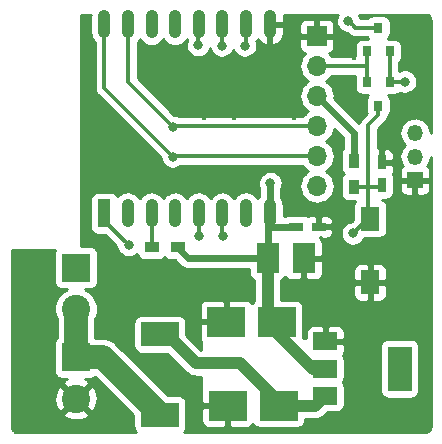
<source format=gtl>
G04 #@! TF.GenerationSoftware,KiCad,Pcbnew,(2017-11-08 revision cd21218)-HEAD*
G04 #@! TF.CreationDate,2018-02-20T18:36:56+02:00*
G04 #@! TF.ProjectId,ws281x_led_strip_controller,7773323831785F6C65645F7374726970,rev?*
G04 #@! TF.SameCoordinates,Original*
G04 #@! TF.FileFunction,Copper,L1,Top,Signal*
G04 #@! TF.FilePolarity,Positive*
%FSLAX46Y46*%
G04 Gerber Fmt 4.6, Leading zero omitted, Abs format (unit mm)*
G04 Created by KiCad (PCBNEW (2017-11-08 revision cd21218)-HEAD) date Tue Feb 20 18:36:56 2018*
%MOMM*%
%LPD*%
G01*
G04 APERTURE LIST*
%ADD10O,1.350000X1.350000*%
%ADD11R,1.350000X1.350000*%
%ADD12R,3.200000X2.500000*%
%ADD13R,2.000000X1.500000*%
%ADD14R,2.000000X3.800000*%
%ADD15R,0.750000X1.200000*%
%ADD16R,1.200000X0.750000*%
%ADD17R,1.950000X2.500000*%
%ADD18R,3.197860X1.998980*%
%ADD19R,1.700000X1.700000*%
%ADD20O,1.700000X1.700000*%
%ADD21R,0.800000X0.900000*%
%ADD22R,1.200000X0.900000*%
%ADD23R,0.900000X1.200000*%
%ADD24R,1.600000X2.000000*%
%ADD25O,1.100000X2.400000*%
%ADD26R,1.100000X2.400000*%
%ADD27C,2.400000*%
%ADD28R,2.400000X2.400000*%
%ADD29C,0.400000*%
%ADD30C,0.800000*%
%ADD31C,0.600000*%
%ADD32C,0.600000*%
%ADD33C,0.350000*%
%ADD34C,1.000000*%
%ADD35C,2.000000*%
%ADD36C,0.254000*%
G04 APERTURE END LIST*
D10*
X146000000Y-67000000D03*
X146000000Y-69000000D03*
D11*
X146000000Y-71000000D03*
D12*
X134450000Y-90100000D03*
X130150000Y-90100000D03*
X130000000Y-83000000D03*
X134300000Y-83000000D03*
D13*
X138400000Y-84650000D03*
X138400000Y-89250000D03*
X138400000Y-86950000D03*
D14*
X144700000Y-86950000D03*
D15*
X143200000Y-71400000D03*
X143200000Y-69500000D03*
D16*
X137850000Y-74950000D03*
X135950000Y-74950000D03*
D17*
X133525000Y-77600000D03*
X136575000Y-77600000D03*
D18*
X124400000Y-90848520D03*
X124400000Y-84051480D03*
D19*
X137700000Y-58800000D03*
D20*
X137700000Y-61340000D03*
X137700000Y-63880000D03*
X137700000Y-66420000D03*
X137700000Y-68960000D03*
X137700000Y-71500000D03*
D21*
X142900000Y-64700000D03*
X141950000Y-62700000D03*
X143850000Y-62700000D03*
X141950000Y-60100000D03*
X143850000Y-60100000D03*
X142900000Y-58100000D03*
D22*
X123700000Y-76700000D03*
X125900000Y-76700000D03*
D23*
X140800000Y-69350000D03*
X140800000Y-71550000D03*
D24*
X142200000Y-79650000D03*
X142200000Y-74250000D03*
D25*
X119700000Y-57800000D03*
X121700000Y-57800000D03*
X123700000Y-57800000D03*
X125700000Y-57800000D03*
X127700000Y-57800000D03*
X129700000Y-57800000D03*
X131700000Y-57800000D03*
X133700000Y-57800000D03*
X133700000Y-73800000D03*
X131700000Y-73800000D03*
X129700000Y-73800000D03*
X127700000Y-73800000D03*
X125700000Y-73800000D03*
X123700000Y-73800000D03*
X121700000Y-73800000D03*
D26*
X119700000Y-73800000D03*
D27*
X117300000Y-81900000D03*
D28*
X117300000Y-78400000D03*
X117300000Y-86000000D03*
D27*
X117300000Y-89500000D03*
D29*
X135786500Y-58122143D03*
X145946500Y-58122143D03*
X123086500Y-60662143D03*
X125626500Y-60662143D03*
X135786500Y-60662143D03*
X140866500Y-60662143D03*
X145946500Y-60662143D03*
X125626500Y-63202143D03*
X140866500Y-63202143D03*
X120546500Y-65742143D03*
X128166500Y-65742143D03*
X130706500Y-65742143D03*
X135786500Y-65742143D03*
X145946500Y-65742143D03*
X120546500Y-68282143D03*
X120546500Y-70822143D03*
X123086500Y-70822143D03*
X125626500Y-70822143D03*
X128166500Y-70822143D03*
X130706500Y-70822143D03*
X135786500Y-70822143D03*
X135786500Y-73362143D03*
X145946500Y-73362143D03*
X143406500Y-75902143D03*
X145946500Y-75902143D03*
X112926500Y-78442143D03*
X115466500Y-78442143D03*
X120546500Y-78442143D03*
X140866500Y-78442143D03*
X145946500Y-78442143D03*
X112926500Y-80982143D03*
X120546500Y-80982143D03*
X123086500Y-80982143D03*
X125626500Y-80982143D03*
X128166500Y-80982143D03*
X130706500Y-80982143D03*
X135786500Y-80982143D03*
X138326500Y-80982143D03*
X140866500Y-80982143D03*
X145946500Y-80982143D03*
X112926500Y-83522143D03*
X115466500Y-83522143D03*
X120546500Y-83522143D03*
X140866500Y-83522143D03*
X143406500Y-83522143D03*
X145946500Y-83522143D03*
X112926500Y-86062143D03*
X123086500Y-86062143D03*
X140866500Y-86062143D03*
X112926500Y-88602143D03*
X115466500Y-88602143D03*
X125626500Y-88602143D03*
X140866500Y-88602143D03*
X112926500Y-91142143D03*
X115466500Y-91142143D03*
X120546500Y-91142143D03*
X138326500Y-91142143D03*
X140866500Y-91142143D03*
X143406500Y-91142143D03*
X145946500Y-91142143D03*
D30*
X133750000Y-71250000D03*
X121749994Y-76500000D03*
X140750000Y-75500000D03*
D31*
X117300000Y-82800000D03*
X117300000Y-81000000D03*
X117300000Y-86900000D03*
X117300000Y-85100000D03*
X116400000Y-81900000D03*
X118200000Y-86000000D03*
X118200000Y-81900000D03*
X116400000Y-86000000D03*
X117300000Y-83950000D03*
D30*
X125500000Y-66500006D03*
X125500000Y-69000000D03*
X145150000Y-62650000D03*
X127750000Y-75750000D03*
X129750000Y-75750000D03*
X140350000Y-57500000D03*
X127650000Y-59550000D03*
X129650000Y-59599998D03*
X131600000Y-59600000D03*
D32*
X125950000Y-76750000D02*
X125900000Y-76700000D01*
X133525000Y-77600000D02*
X126800000Y-77600000D01*
X126800000Y-77600000D02*
X125950000Y-76750000D01*
X133750000Y-71250000D02*
X133750000Y-73750000D01*
D33*
X133750000Y-73750000D02*
X133700000Y-73800000D01*
D34*
X131200000Y-86500000D02*
X134450000Y-89750000D01*
X124999440Y-84051480D02*
X127447960Y-86500000D01*
X127447960Y-86500000D02*
X131200000Y-86500000D01*
X124400000Y-84051480D02*
X124999440Y-84051480D01*
X134450000Y-89750000D02*
X134450000Y-90100000D01*
D33*
X142200000Y-74250000D02*
X142000000Y-74250000D01*
X142000000Y-74250000D02*
X140750000Y-75500000D01*
X119700000Y-74450000D02*
X121749994Y-76499994D01*
X121749994Y-76499994D02*
X121749994Y-76500000D01*
X142200000Y-74250000D02*
X142200000Y-73700000D01*
X142200000Y-73700000D02*
X142000000Y-73500000D01*
X142050000Y-73450000D02*
X142050000Y-71550000D01*
X142000000Y-73500000D02*
X142050000Y-73450000D01*
X142900000Y-64700000D02*
X142900000Y-65500000D01*
X119700000Y-73800000D02*
X119700000Y-74450000D01*
X143050000Y-71550000D02*
X143200000Y-71400000D01*
X140800000Y-71550000D02*
X142050000Y-71550000D01*
X142050000Y-71550000D02*
X143050000Y-71550000D01*
X142050000Y-66350000D02*
X142050000Y-71550000D01*
X142900000Y-65500000D02*
X142050000Y-66350000D01*
D32*
X140800000Y-69500000D02*
X140800000Y-69350000D01*
X133525000Y-77600000D02*
X133525000Y-75000000D01*
X133525000Y-75000000D02*
X133525000Y-73975000D01*
X135950000Y-74950000D02*
X133575000Y-74950000D01*
X133575000Y-74950000D02*
X133525000Y-75000000D01*
X140800000Y-69350000D02*
X140800000Y-66980000D01*
X140800000Y-66980000D02*
X137700000Y-63880000D01*
D34*
X138400000Y-86950000D02*
X137350000Y-86950000D01*
X137350000Y-86950000D02*
X134300000Y-83900000D01*
D32*
X134300000Y-83900000D02*
X134300000Y-83000000D01*
X133525000Y-73975000D02*
X133700000Y-73800000D01*
X133525000Y-82225000D02*
X134300000Y-83000000D01*
X136175000Y-74950000D02*
X135950000Y-74950000D01*
D34*
X133525000Y-77600000D02*
X133525000Y-82225000D01*
X134450000Y-90100000D02*
X137550000Y-90100000D01*
X137550000Y-90100000D02*
X138400000Y-89250000D01*
D35*
X124400000Y-90848520D02*
X119551480Y-86000000D01*
X119551480Y-86000000D02*
X117300000Y-86000000D01*
X117300000Y-81900000D02*
X117300000Y-86000000D01*
D33*
X121700000Y-62700006D02*
X125100001Y-66100007D01*
X125100001Y-66100007D02*
X125500000Y-66500006D01*
X125580006Y-66420000D02*
X125500000Y-66500006D01*
X137700000Y-66420000D02*
X125580006Y-66420000D01*
X121700000Y-57800000D02*
X121700000Y-62700006D01*
X125100001Y-68600001D02*
X125500000Y-69000000D01*
X119700000Y-63200000D02*
X125100001Y-68600001D01*
X119700000Y-57800000D02*
X119700000Y-63200000D01*
X137700000Y-68960000D02*
X125540000Y-68960000D01*
X125540000Y-68960000D02*
X125500000Y-69000000D01*
X143850000Y-62700000D02*
X143850000Y-60100000D01*
X145150000Y-62650000D02*
X143900000Y-62650000D01*
X143900000Y-62650000D02*
X143850000Y-62700000D01*
X127700000Y-73800000D02*
X127700000Y-75700000D01*
X127700000Y-75700000D02*
X127750000Y-75750000D01*
X129700000Y-73800000D02*
X129700000Y-75700000D01*
X129700000Y-75700000D02*
X129750000Y-75750000D01*
X141950000Y-62700000D02*
X141950000Y-61300000D01*
X141950000Y-61300000D02*
X141950000Y-60100000D01*
X137700000Y-61340000D02*
X141910000Y-61340000D01*
X141910000Y-61340000D02*
X141950000Y-61300000D01*
X140950000Y-58100000D02*
X140749999Y-57899999D01*
X140749999Y-57899999D02*
X140350000Y-57500000D01*
X142900000Y-58100000D02*
X140950000Y-58100000D01*
X127650000Y-59550000D02*
X127650000Y-57850000D01*
X127650000Y-57850000D02*
X127700000Y-57800000D01*
X123700000Y-76700000D02*
X123700000Y-73800000D01*
X129700000Y-57800000D02*
X129700000Y-59549998D01*
X129700000Y-59549998D02*
X129650000Y-59599998D01*
X131700000Y-57800000D02*
X131700000Y-59500000D01*
X131700000Y-59500000D02*
X131600000Y-59600000D01*
D36*
G36*
X115510498Y-76955820D02*
X115474188Y-77075518D01*
X115461928Y-77200000D01*
X115461928Y-79600000D01*
X115474188Y-79724482D01*
X115510498Y-79844180D01*
X115569463Y-79954494D01*
X115648815Y-80051185D01*
X115745506Y-80130537D01*
X115855820Y-80189502D01*
X115975518Y-80225812D01*
X116100000Y-80238072D01*
X116514734Y-80238072D01*
X116445738Y-80265948D01*
X116144618Y-80462995D01*
X115887507Y-80714777D01*
X115684197Y-81011705D01*
X115542432Y-81342467D01*
X115467612Y-81694465D01*
X115462588Y-82054292D01*
X115527550Y-82408242D01*
X115660024Y-82742833D01*
X115665000Y-82750554D01*
X115665000Y-84335532D01*
X115648815Y-84348815D01*
X115569463Y-84445506D01*
X115510498Y-84555820D01*
X115474188Y-84675518D01*
X115461928Y-84800000D01*
X115461928Y-87200000D01*
X115474188Y-87324482D01*
X115510498Y-87444180D01*
X115569463Y-87554494D01*
X115648815Y-87651185D01*
X115745506Y-87730537D01*
X115855820Y-87789502D01*
X115975518Y-87825812D01*
X116100000Y-87838072D01*
X116506903Y-87838072D01*
X116321514Y-87937164D01*
X116201626Y-88222020D01*
X117300000Y-89320395D01*
X118398374Y-88222020D01*
X118278486Y-87937164D01*
X118079088Y-87838072D01*
X118500000Y-87838072D01*
X118624482Y-87825812D01*
X118744180Y-87789502D01*
X118854494Y-87730537D01*
X118917813Y-87678573D01*
X122162998Y-90923757D01*
X122162998Y-91848010D01*
X122175258Y-91972492D01*
X122211568Y-92092190D01*
X122270533Y-92202504D01*
X122349885Y-92299195D01*
X122369144Y-92315000D01*
X112333503Y-92315000D01*
X112220031Y-92303874D01*
X112143110Y-92280650D01*
X112072159Y-92242925D01*
X112009892Y-92192142D01*
X111958673Y-92130228D01*
X111920456Y-92059547D01*
X111896694Y-91982788D01*
X111885000Y-91871521D01*
X111885000Y-90777980D01*
X116201626Y-90777980D01*
X116321514Y-91062836D01*
X116645210Y-91223699D01*
X116994069Y-91318322D01*
X117354684Y-91343067D01*
X117713198Y-91296985D01*
X118055833Y-91181846D01*
X118278486Y-91062836D01*
X118398374Y-90777980D01*
X117300000Y-89679605D01*
X116201626Y-90777980D01*
X111885000Y-90777980D01*
X111885000Y-89554684D01*
X115456933Y-89554684D01*
X115503015Y-89913198D01*
X115618154Y-90255833D01*
X115737164Y-90478486D01*
X116022020Y-90598374D01*
X117120395Y-89500000D01*
X117479605Y-89500000D01*
X118577980Y-90598374D01*
X118862836Y-90478486D01*
X119023699Y-90154790D01*
X119118322Y-89805931D01*
X119143067Y-89445316D01*
X119096985Y-89086802D01*
X118981846Y-88744167D01*
X118862836Y-88521514D01*
X118577980Y-88401626D01*
X117479605Y-89500000D01*
X117120395Y-89500000D01*
X116022020Y-88401626D01*
X115737164Y-88521514D01*
X115576301Y-88845210D01*
X115481678Y-89194069D01*
X115456933Y-89554684D01*
X111885000Y-89554684D01*
X111885000Y-76878032D01*
X115552990Y-76876325D01*
X115510498Y-76955820D01*
X115510498Y-76955820D01*
G37*
X115510498Y-76955820D02*
X115474188Y-77075518D01*
X115461928Y-77200000D01*
X115461928Y-79600000D01*
X115474188Y-79724482D01*
X115510498Y-79844180D01*
X115569463Y-79954494D01*
X115648815Y-80051185D01*
X115745506Y-80130537D01*
X115855820Y-80189502D01*
X115975518Y-80225812D01*
X116100000Y-80238072D01*
X116514734Y-80238072D01*
X116445738Y-80265948D01*
X116144618Y-80462995D01*
X115887507Y-80714777D01*
X115684197Y-81011705D01*
X115542432Y-81342467D01*
X115467612Y-81694465D01*
X115462588Y-82054292D01*
X115527550Y-82408242D01*
X115660024Y-82742833D01*
X115665000Y-82750554D01*
X115665000Y-84335532D01*
X115648815Y-84348815D01*
X115569463Y-84445506D01*
X115510498Y-84555820D01*
X115474188Y-84675518D01*
X115461928Y-84800000D01*
X115461928Y-87200000D01*
X115474188Y-87324482D01*
X115510498Y-87444180D01*
X115569463Y-87554494D01*
X115648815Y-87651185D01*
X115745506Y-87730537D01*
X115855820Y-87789502D01*
X115975518Y-87825812D01*
X116100000Y-87838072D01*
X116506903Y-87838072D01*
X116321514Y-87937164D01*
X116201626Y-88222020D01*
X117300000Y-89320395D01*
X118398374Y-88222020D01*
X118278486Y-87937164D01*
X118079088Y-87838072D01*
X118500000Y-87838072D01*
X118624482Y-87825812D01*
X118744180Y-87789502D01*
X118854494Y-87730537D01*
X118917813Y-87678573D01*
X122162998Y-90923757D01*
X122162998Y-91848010D01*
X122175258Y-91972492D01*
X122211568Y-92092190D01*
X122270533Y-92202504D01*
X122349885Y-92299195D01*
X122369144Y-92315000D01*
X112333503Y-92315000D01*
X112220031Y-92303874D01*
X112143110Y-92280650D01*
X112072159Y-92242925D01*
X112009892Y-92192142D01*
X111958673Y-92130228D01*
X111920456Y-92059547D01*
X111896694Y-91982788D01*
X111885000Y-91871521D01*
X111885000Y-90777980D01*
X116201626Y-90777980D01*
X116321514Y-91062836D01*
X116645210Y-91223699D01*
X116994069Y-91318322D01*
X117354684Y-91343067D01*
X117713198Y-91296985D01*
X118055833Y-91181846D01*
X118278486Y-91062836D01*
X118398374Y-90777980D01*
X117300000Y-89679605D01*
X116201626Y-90777980D01*
X111885000Y-90777980D01*
X111885000Y-89554684D01*
X115456933Y-89554684D01*
X115503015Y-89913198D01*
X115618154Y-90255833D01*
X115737164Y-90478486D01*
X116022020Y-90598374D01*
X117120395Y-89500000D01*
X117479605Y-89500000D01*
X118577980Y-90598374D01*
X118862836Y-90478486D01*
X119023699Y-90154790D01*
X119118322Y-89805931D01*
X119143067Y-89445316D01*
X119096985Y-89086802D01*
X118981846Y-88744167D01*
X118862836Y-88521514D01*
X118577980Y-88401626D01*
X117479605Y-89500000D01*
X117120395Y-89500000D01*
X116022020Y-88401626D01*
X115737164Y-88521514D01*
X115576301Y-88845210D01*
X115481678Y-89194069D01*
X115456933Y-89554684D01*
X111885000Y-89554684D01*
X111885000Y-76878032D01*
X115552990Y-76876325D01*
X115510498Y-76955820D01*
G36*
X118515116Y-57124576D02*
X118515000Y-57141121D01*
X118515000Y-58458879D01*
X118537568Y-58689047D01*
X118604413Y-58910447D01*
X118712988Y-59114648D01*
X118859159Y-59293871D01*
X118890000Y-59319385D01*
X118890000Y-63200000D01*
X118897303Y-63274482D01*
X118903823Y-63349001D01*
X118905010Y-63353087D01*
X118905426Y-63357330D01*
X118927053Y-63428962D01*
X118947926Y-63500808D01*
X118949888Y-63504593D01*
X118951118Y-63508667D01*
X118986223Y-63574689D01*
X119020677Y-63641158D01*
X119023335Y-63644488D01*
X119025334Y-63648247D01*
X119072620Y-63706225D01*
X119119303Y-63764704D01*
X119125145Y-63770627D01*
X119125248Y-63770754D01*
X119125365Y-63770851D01*
X119127244Y-63772756D01*
X124468613Y-69114126D01*
X124500280Y-69286665D01*
X124575000Y-69475386D01*
X124684953Y-69645999D01*
X124825950Y-69792006D01*
X124992622Y-69907846D01*
X125178620Y-69989106D01*
X125376859Y-70032692D01*
X125579788Y-70036943D01*
X125779679Y-70001697D01*
X125968916Y-69928296D01*
X126140293Y-69819537D01*
X126192312Y-69770000D01*
X136448583Y-69770000D01*
X136450220Y-69773131D01*
X136631823Y-69999000D01*
X136853839Y-70185294D01*
X136934247Y-70229498D01*
X136871029Y-70263112D01*
X136646433Y-70446287D01*
X136461694Y-70669599D01*
X136323848Y-70924539D01*
X136238146Y-71201399D01*
X136207851Y-71489633D01*
X136234118Y-71778261D01*
X136315947Y-72056291D01*
X136450220Y-72313131D01*
X136631823Y-72539000D01*
X136853839Y-72725294D01*
X137107811Y-72864916D01*
X137384066Y-72952549D01*
X137672081Y-72984855D01*
X137692815Y-72985000D01*
X137707185Y-72985000D01*
X137995623Y-72956718D01*
X138273075Y-72872951D01*
X138528971Y-72736888D01*
X138753567Y-72553713D01*
X138938306Y-72330401D01*
X139076152Y-72075461D01*
X139161854Y-71798601D01*
X139192149Y-71510367D01*
X139165882Y-71221739D01*
X139084053Y-70943709D01*
X138949780Y-70686869D01*
X138768177Y-70461000D01*
X138546161Y-70274706D01*
X138465753Y-70230502D01*
X138528971Y-70196888D01*
X138753567Y-70013713D01*
X138938306Y-69790401D01*
X139076152Y-69535461D01*
X139161854Y-69258601D01*
X139192149Y-68970367D01*
X139165882Y-68681739D01*
X139084053Y-68403709D01*
X138949780Y-68146869D01*
X138768177Y-67921000D01*
X138546161Y-67734706D01*
X138465753Y-67690502D01*
X138528971Y-67656888D01*
X138753567Y-67473713D01*
X138938306Y-67250401D01*
X139076152Y-66995461D01*
X139161854Y-66718601D01*
X139167033Y-66669323D01*
X139865000Y-67367290D01*
X139865000Y-68340019D01*
X139819463Y-68395506D01*
X139760498Y-68505820D01*
X139724188Y-68625518D01*
X139711928Y-68750000D01*
X139711928Y-69950000D01*
X139724188Y-70074482D01*
X139760498Y-70194180D01*
X139819463Y-70304494D01*
X139898815Y-70401185D01*
X139958296Y-70450000D01*
X139898815Y-70498815D01*
X139819463Y-70595506D01*
X139760498Y-70705820D01*
X139724188Y-70825518D01*
X139711928Y-70950000D01*
X139711928Y-72150000D01*
X139724188Y-72274482D01*
X139760498Y-72394180D01*
X139819463Y-72504494D01*
X139898815Y-72601185D01*
X139995506Y-72680537D01*
X140105820Y-72739502D01*
X140225518Y-72775812D01*
X140350000Y-72788072D01*
X140961905Y-72788072D01*
X140948815Y-72798815D01*
X140869463Y-72895506D01*
X140810498Y-73005820D01*
X140774188Y-73125518D01*
X140761928Y-73250000D01*
X140761928Y-74342560D01*
X140636556Y-74467932D01*
X140456363Y-74502306D01*
X140268168Y-74578341D01*
X140098327Y-74689482D01*
X139953308Y-74831496D01*
X139838634Y-74998972D01*
X139758674Y-75185533D01*
X139716473Y-75384071D01*
X139713639Y-75587026D01*
X139750280Y-75786665D01*
X139825000Y-75975386D01*
X139934953Y-76145999D01*
X140075950Y-76292006D01*
X140242622Y-76407846D01*
X140428620Y-76489106D01*
X140626859Y-76532692D01*
X140829788Y-76536943D01*
X141029679Y-76501697D01*
X141218916Y-76428296D01*
X141390293Y-76319537D01*
X141537281Y-76179563D01*
X141654282Y-76013703D01*
X141710217Y-75888072D01*
X143000000Y-75888072D01*
X143124482Y-75875812D01*
X143244180Y-75839502D01*
X143354494Y-75780537D01*
X143451185Y-75701185D01*
X143530537Y-75604494D01*
X143589502Y-75494180D01*
X143625812Y-75374482D01*
X143638072Y-75250000D01*
X143638072Y-73250000D01*
X143625812Y-73125518D01*
X143589502Y-73005820D01*
X143530537Y-72895506D01*
X143451185Y-72798815D01*
X143354494Y-72719463D01*
X143244180Y-72660498D01*
X143170251Y-72638072D01*
X143575000Y-72638072D01*
X143699482Y-72625812D01*
X143819180Y-72589502D01*
X143929494Y-72530537D01*
X144026185Y-72451185D01*
X144105537Y-72354494D01*
X144164502Y-72244180D01*
X144200812Y-72124482D01*
X144213072Y-72000000D01*
X144213072Y-71285750D01*
X144690000Y-71285750D01*
X144690000Y-71737542D01*
X144714403Y-71860223D01*
X144762270Y-71975785D01*
X144831763Y-72079789D01*
X144920211Y-72168237D01*
X145024215Y-72237730D01*
X145139777Y-72285597D01*
X145262458Y-72310000D01*
X145714250Y-72310000D01*
X145873000Y-72151250D01*
X145873000Y-71127000D01*
X146127000Y-71127000D01*
X146127000Y-72151250D01*
X146285750Y-72310000D01*
X146737542Y-72310000D01*
X146860223Y-72285597D01*
X146975785Y-72237730D01*
X147079789Y-72168237D01*
X147168237Y-72079789D01*
X147237730Y-71975785D01*
X147285597Y-71860223D01*
X147310000Y-71737542D01*
X147310000Y-71285750D01*
X147151250Y-71127000D01*
X146127000Y-71127000D01*
X145873000Y-71127000D01*
X144848750Y-71127000D01*
X144690000Y-71285750D01*
X144213072Y-71285750D01*
X144213072Y-70800000D01*
X144200812Y-70675518D01*
X144164502Y-70555820D01*
X144106564Y-70447428D01*
X144137730Y-70400785D01*
X144185597Y-70285223D01*
X144210000Y-70162542D01*
X144210000Y-69785750D01*
X144051250Y-69627000D01*
X143327000Y-69627000D01*
X143327000Y-69647000D01*
X143073000Y-69647000D01*
X143073000Y-69627000D01*
X143053000Y-69627000D01*
X143053000Y-69373000D01*
X143073000Y-69373000D01*
X143073000Y-68423750D01*
X143327000Y-68423750D01*
X143327000Y-69373000D01*
X144051250Y-69373000D01*
X144210000Y-69214250D01*
X144210000Y-68837458D01*
X144185597Y-68714777D01*
X144137730Y-68599215D01*
X144068237Y-68495211D01*
X143979789Y-68406763D01*
X143875785Y-68337270D01*
X143760223Y-68289403D01*
X143637542Y-68265000D01*
X143485750Y-68265000D01*
X143327000Y-68423750D01*
X143073000Y-68423750D01*
X142914250Y-68265000D01*
X142860000Y-68265000D01*
X142860000Y-66685512D01*
X143472757Y-66072756D01*
X143520263Y-66014921D01*
X143568342Y-65957623D01*
X143570393Y-65953892D01*
X143573098Y-65950599D01*
X143608447Y-65884672D01*
X143644500Y-65819093D01*
X143645789Y-65815030D01*
X143647800Y-65811279D01*
X143669665Y-65739764D01*
X143692300Y-65668408D01*
X143692775Y-65664175D01*
X143694020Y-65660102D01*
X143695350Y-65647007D01*
X143751185Y-65601185D01*
X143830537Y-65504494D01*
X143889502Y-65394180D01*
X143925812Y-65274482D01*
X143938072Y-65150000D01*
X143938072Y-64250000D01*
X143925812Y-64125518D01*
X143889502Y-64005820D01*
X143830537Y-63895506D01*
X143751185Y-63798815D01*
X143738095Y-63788072D01*
X144250000Y-63788072D01*
X144374482Y-63775812D01*
X144494180Y-63739502D01*
X144604494Y-63680537D01*
X144701185Y-63601185D01*
X144711910Y-63588117D01*
X144828620Y-63639106D01*
X145026859Y-63682692D01*
X145229788Y-63686943D01*
X145429679Y-63651697D01*
X145618916Y-63578296D01*
X145790293Y-63469537D01*
X145937281Y-63329563D01*
X146054282Y-63163703D01*
X146136839Y-62978278D01*
X146181807Y-62780348D01*
X146185044Y-62548513D01*
X146145620Y-62349405D01*
X146068273Y-62161746D01*
X145955948Y-61992684D01*
X145812926Y-61848660D01*
X145644653Y-61735158D01*
X145457539Y-61656503D01*
X145258710Y-61615689D01*
X145055741Y-61614272D01*
X144856363Y-61652306D01*
X144668168Y-61728341D01*
X144660000Y-61733686D01*
X144660000Y-61034985D01*
X144701185Y-61001185D01*
X144780537Y-60904494D01*
X144839502Y-60794180D01*
X144875812Y-60674482D01*
X144888072Y-60550000D01*
X144888072Y-59650000D01*
X144875812Y-59525518D01*
X144839502Y-59405820D01*
X144780537Y-59295506D01*
X144701185Y-59198815D01*
X144604494Y-59119463D01*
X144494180Y-59060498D01*
X144374482Y-59024188D01*
X144250000Y-59011928D01*
X143738095Y-59011928D01*
X143751185Y-59001185D01*
X143830537Y-58904494D01*
X143889502Y-58794180D01*
X143925812Y-58674482D01*
X143938072Y-58550000D01*
X143938072Y-57650000D01*
X143925812Y-57525518D01*
X143889502Y-57405820D01*
X143830537Y-57295506D01*
X143751185Y-57198815D01*
X143654494Y-57119463D01*
X143544180Y-57060498D01*
X143424482Y-57024188D01*
X143300000Y-57011928D01*
X142500000Y-57011928D01*
X142375518Y-57024188D01*
X142255820Y-57060498D01*
X142145506Y-57119463D01*
X142048815Y-57198815D01*
X141973982Y-57290000D01*
X141363558Y-57290000D01*
X141345620Y-57199405D01*
X141268273Y-57011746D01*
X141250503Y-56985000D01*
X146866497Y-56985000D01*
X146979969Y-56996126D01*
X147056892Y-57019350D01*
X147127839Y-57057073D01*
X147190109Y-57107859D01*
X147241326Y-57169771D01*
X147279545Y-57240456D01*
X147303306Y-57317212D01*
X147315000Y-57428479D01*
X147315000Y-66994784D01*
X147293135Y-66754530D01*
X147220950Y-66509265D01*
X147102500Y-66282692D01*
X146942298Y-66083441D01*
X146746446Y-65919101D01*
X146522403Y-65795933D01*
X146278703Y-65718627D01*
X146024629Y-65690128D01*
X146006339Y-65690000D01*
X145993661Y-65690000D01*
X145739214Y-65714949D01*
X145494459Y-65788845D01*
X145268718Y-65908873D01*
X145070590Y-66070462D01*
X144907622Y-66267457D01*
X144786020Y-66492355D01*
X144710417Y-66736588D01*
X144683693Y-66990855D01*
X144706865Y-67245470D01*
X144779050Y-67490735D01*
X144897500Y-67717308D01*
X145057702Y-67916559D01*
X145157065Y-67999935D01*
X145070590Y-68070462D01*
X144907622Y-68267457D01*
X144786020Y-68492355D01*
X144710417Y-68736588D01*
X144683693Y-68990855D01*
X144706865Y-69245470D01*
X144779050Y-69490735D01*
X144897500Y-69717308D01*
X144965301Y-69801635D01*
X144920211Y-69831763D01*
X144831763Y-69920211D01*
X144762270Y-70024215D01*
X144714403Y-70139777D01*
X144690000Y-70262458D01*
X144690000Y-70714250D01*
X144848750Y-70873000D01*
X145873000Y-70873000D01*
X145873000Y-70853000D01*
X146127000Y-70853000D01*
X146127000Y-70873000D01*
X147151250Y-70873000D01*
X147310000Y-70714250D01*
X147310000Y-70262458D01*
X147285597Y-70139777D01*
X147237730Y-70024215D01*
X147168237Y-69920211D01*
X147079789Y-69831763D01*
X147035035Y-69801859D01*
X147092378Y-69732543D01*
X147213980Y-69507645D01*
X147289583Y-69263412D01*
X147315000Y-69021581D01*
X147315000Y-91866497D01*
X147303874Y-91979969D01*
X147280650Y-92056890D01*
X147242925Y-92127841D01*
X147192142Y-92190108D01*
X147130228Y-92241327D01*
X147059547Y-92279544D01*
X146982788Y-92303306D01*
X146871521Y-92315000D01*
X126430856Y-92315000D01*
X126450115Y-92299195D01*
X126529467Y-92202504D01*
X126588432Y-92092190D01*
X126624742Y-91972492D01*
X126637002Y-91848010D01*
X126637002Y-90385750D01*
X127915000Y-90385750D01*
X127915000Y-91412542D01*
X127939403Y-91535223D01*
X127987270Y-91650785D01*
X128056763Y-91754789D01*
X128145211Y-91843237D01*
X128249215Y-91912730D01*
X128364777Y-91960597D01*
X128487458Y-91985000D01*
X129864250Y-91985000D01*
X130023000Y-91826250D01*
X130023000Y-90227000D01*
X128073750Y-90227000D01*
X127915000Y-90385750D01*
X126637002Y-90385750D01*
X126637002Y-89849030D01*
X126624742Y-89724548D01*
X126588432Y-89604850D01*
X126529467Y-89494536D01*
X126450115Y-89397845D01*
X126353424Y-89318493D01*
X126243110Y-89259528D01*
X126123412Y-89223218D01*
X125998930Y-89210958D01*
X125074677Y-89210958D01*
X120707600Y-84843880D01*
X120590875Y-84748001D01*
X120475201Y-84650939D01*
X120467669Y-84646798D01*
X120461024Y-84641340D01*
X120327882Y-84569950D01*
X120195575Y-84497214D01*
X120187383Y-84494615D01*
X120179803Y-84490551D01*
X120035349Y-84446387D01*
X119891416Y-84400729D01*
X119882872Y-84399771D01*
X119874650Y-84397257D01*
X119724420Y-84381997D01*
X119574308Y-84365159D01*
X119557501Y-84365042D01*
X119557187Y-84365010D01*
X119556894Y-84365038D01*
X119551480Y-84365000D01*
X118964468Y-84365000D01*
X118951185Y-84348815D01*
X118935000Y-84335532D01*
X118935000Y-82739442D01*
X119049613Y-82482019D01*
X119129339Y-82131099D01*
X119130844Y-82023354D01*
X119132116Y-82017754D01*
X119135040Y-81808319D01*
X119133925Y-81802689D01*
X119135079Y-81720069D01*
X119128622Y-81687458D01*
X127765000Y-81687458D01*
X127765000Y-82714250D01*
X127923750Y-82873000D01*
X129873000Y-82873000D01*
X129873000Y-81273750D01*
X129714250Y-81115000D01*
X128337458Y-81115000D01*
X128214777Y-81139403D01*
X128099215Y-81187270D01*
X127995211Y-81256763D01*
X127906763Y-81345211D01*
X127837270Y-81449215D01*
X127789403Y-81564777D01*
X127765000Y-81687458D01*
X119128622Y-81687458D01*
X119065181Y-81367060D01*
X118928049Y-81034351D01*
X118728904Y-80734614D01*
X118475333Y-80479267D01*
X118176993Y-80278034D01*
X118081927Y-80238072D01*
X118500000Y-80238072D01*
X118624482Y-80225812D01*
X118744180Y-80189502D01*
X118854494Y-80130537D01*
X118951185Y-80051185D01*
X119030537Y-79954494D01*
X119089502Y-79844180D01*
X119125812Y-79724482D01*
X119138072Y-79600000D01*
X119138072Y-77200000D01*
X119125812Y-77075518D01*
X119089502Y-76955820D01*
X119030537Y-76845506D01*
X118951185Y-76748815D01*
X118854494Y-76669463D01*
X118744180Y-76610498D01*
X118624482Y-76574188D01*
X118500000Y-76561928D01*
X117727000Y-76561928D01*
X117727000Y-72600000D01*
X118511928Y-72600000D01*
X118511928Y-75000000D01*
X118524188Y-75124482D01*
X118560498Y-75244180D01*
X118619463Y-75354494D01*
X118698815Y-75451185D01*
X118795506Y-75530537D01*
X118905820Y-75589502D01*
X119025518Y-75625812D01*
X119150000Y-75638072D01*
X119742560Y-75638072D01*
X120718605Y-76614118D01*
X120750274Y-76786665D01*
X120824994Y-76975386D01*
X120934947Y-77145999D01*
X121075944Y-77292006D01*
X121242616Y-77407846D01*
X121428614Y-77489106D01*
X121626853Y-77532692D01*
X121829782Y-77536943D01*
X122029673Y-77501697D01*
X122218910Y-77428296D01*
X122390287Y-77319537D01*
X122471051Y-77242627D01*
X122474188Y-77274482D01*
X122510498Y-77394180D01*
X122569463Y-77504494D01*
X122648815Y-77601185D01*
X122745506Y-77680537D01*
X122855820Y-77739502D01*
X122975518Y-77775812D01*
X123100000Y-77788072D01*
X124300000Y-77788072D01*
X124424482Y-77775812D01*
X124544180Y-77739502D01*
X124654494Y-77680537D01*
X124751185Y-77601185D01*
X124800000Y-77541704D01*
X124848815Y-77601185D01*
X124945506Y-77680537D01*
X125055820Y-77739502D01*
X125175518Y-77775812D01*
X125300000Y-77788072D01*
X125665782Y-77788072D01*
X126138855Y-78261145D01*
X126205620Y-78315987D01*
X126271756Y-78371481D01*
X126276063Y-78373849D01*
X126279864Y-78376971D01*
X126355987Y-78417788D01*
X126431664Y-78459392D01*
X126436352Y-78460879D01*
X126440684Y-78463202D01*
X126523291Y-78488457D01*
X126605603Y-78514568D01*
X126610487Y-78515116D01*
X126615191Y-78516554D01*
X126701161Y-78525287D01*
X126786945Y-78534909D01*
X126796548Y-78534976D01*
X126796736Y-78534995D01*
X126796911Y-78534978D01*
X126800000Y-78535000D01*
X131911928Y-78535000D01*
X131911928Y-78850000D01*
X131924188Y-78974482D01*
X131960498Y-79094180D01*
X132019463Y-79204494D01*
X132098815Y-79301185D01*
X132195506Y-79380537D01*
X132305820Y-79439502D01*
X132390000Y-79465038D01*
X132390000Y-81195680D01*
X132345506Y-81219463D01*
X132248815Y-81298815D01*
X132169463Y-81395506D01*
X132150521Y-81430943D01*
X132093237Y-81345211D01*
X132004789Y-81256763D01*
X131900785Y-81187270D01*
X131785223Y-81139403D01*
X131662542Y-81115000D01*
X130285750Y-81115000D01*
X130127000Y-81273750D01*
X130127000Y-82873000D01*
X130147000Y-82873000D01*
X130147000Y-83127000D01*
X130127000Y-83127000D01*
X130127000Y-83147000D01*
X129873000Y-83147000D01*
X129873000Y-83127000D01*
X127923750Y-83127000D01*
X127765000Y-83285750D01*
X127765000Y-84312542D01*
X127789403Y-84435223D01*
X127837270Y-84550785D01*
X127906763Y-84654789D01*
X127923000Y-84671026D01*
X127923000Y-85365000D01*
X127918092Y-85365000D01*
X126637002Y-84083910D01*
X126637002Y-83051990D01*
X126624742Y-82927508D01*
X126588432Y-82807810D01*
X126529467Y-82697496D01*
X126450115Y-82600805D01*
X126353424Y-82521453D01*
X126243110Y-82462488D01*
X126123412Y-82426178D01*
X125998930Y-82413918D01*
X122801070Y-82413918D01*
X122676588Y-82426178D01*
X122556890Y-82462488D01*
X122446576Y-82521453D01*
X122349885Y-82600805D01*
X122270533Y-82697496D01*
X122211568Y-82807810D01*
X122175258Y-82927508D01*
X122162998Y-83051990D01*
X122162998Y-85050970D01*
X122175258Y-85175452D01*
X122211568Y-85295150D01*
X122270533Y-85405464D01*
X122349885Y-85502155D01*
X122446576Y-85581507D01*
X122556890Y-85640472D01*
X122676588Y-85676782D01*
X122801070Y-85689042D01*
X125031870Y-85689042D01*
X126645394Y-87302566D01*
X126726390Y-87369097D01*
X126806722Y-87436504D01*
X126811954Y-87439380D01*
X126816564Y-87443167D01*
X126908939Y-87492698D01*
X127000836Y-87543219D01*
X127006525Y-87545024D01*
X127011785Y-87547844D01*
X127112042Y-87578496D01*
X127211980Y-87610198D01*
X127217911Y-87610863D01*
X127223618Y-87612608D01*
X127327933Y-87623204D01*
X127432113Y-87634889D01*
X127443779Y-87634971D01*
X127443998Y-87634993D01*
X127444202Y-87634974D01*
X127447960Y-87635000D01*
X127923000Y-87635000D01*
X127923000Y-88747240D01*
X127915000Y-88787458D01*
X127915000Y-89814250D01*
X128073750Y-89973000D01*
X130023000Y-89973000D01*
X130023000Y-89953000D01*
X130277000Y-89953000D01*
X130277000Y-89973000D01*
X130297000Y-89973000D01*
X130297000Y-90227000D01*
X130277000Y-90227000D01*
X130277000Y-91826250D01*
X130435750Y-91985000D01*
X131812542Y-91985000D01*
X131935223Y-91960597D01*
X132050785Y-91912730D01*
X132154789Y-91843237D01*
X132243237Y-91754789D01*
X132300521Y-91669057D01*
X132319463Y-91704494D01*
X132398815Y-91801185D01*
X132495506Y-91880537D01*
X132605820Y-91939502D01*
X132725518Y-91975812D01*
X132850000Y-91988072D01*
X136050000Y-91988072D01*
X136174482Y-91975812D01*
X136294180Y-91939502D01*
X136404494Y-91880537D01*
X136501185Y-91801185D01*
X136580537Y-91704494D01*
X136639502Y-91594180D01*
X136675812Y-91474482D01*
X136688072Y-91350000D01*
X136688072Y-91235000D01*
X137550000Y-91235000D01*
X137654350Y-91224768D01*
X137758785Y-91215632D01*
X137764519Y-91213966D01*
X137770456Y-91213384D01*
X137870779Y-91183095D01*
X137971503Y-91153832D01*
X137976804Y-91151084D01*
X137982515Y-91149360D01*
X138075044Y-91100161D01*
X138168165Y-91051892D01*
X138172831Y-91048167D01*
X138178099Y-91045366D01*
X138259366Y-90979087D01*
X138341282Y-90913693D01*
X138349584Y-90905507D01*
X138349760Y-90905363D01*
X138349895Y-90905200D01*
X138352566Y-90902566D01*
X138617060Y-90638072D01*
X139400000Y-90638072D01*
X139524482Y-90625812D01*
X139644180Y-90589502D01*
X139754494Y-90530537D01*
X139851185Y-90451185D01*
X139930537Y-90354494D01*
X139989502Y-90244180D01*
X140025812Y-90124482D01*
X140038072Y-90000000D01*
X140038072Y-88500000D01*
X140025812Y-88375518D01*
X139989502Y-88255820D01*
X139930537Y-88145506D01*
X139893191Y-88100000D01*
X139930537Y-88054494D01*
X139989502Y-87944180D01*
X140025812Y-87824482D01*
X140038072Y-87700000D01*
X140038072Y-86200000D01*
X140025812Y-86075518D01*
X139989502Y-85955820D01*
X139930537Y-85845506D01*
X139894980Y-85802180D01*
X139962730Y-85700785D01*
X140010597Y-85585223D01*
X140035000Y-85462542D01*
X140035000Y-85050000D01*
X143061928Y-85050000D01*
X143061928Y-88850000D01*
X143074188Y-88974482D01*
X143110498Y-89094180D01*
X143169463Y-89204494D01*
X143248815Y-89301185D01*
X143345506Y-89380537D01*
X143455820Y-89439502D01*
X143575518Y-89475812D01*
X143700000Y-89488072D01*
X145700000Y-89488072D01*
X145824482Y-89475812D01*
X145944180Y-89439502D01*
X146054494Y-89380537D01*
X146151185Y-89301185D01*
X146230537Y-89204494D01*
X146289502Y-89094180D01*
X146325812Y-88974482D01*
X146338072Y-88850000D01*
X146338072Y-85050000D01*
X146325812Y-84925518D01*
X146289502Y-84805820D01*
X146230537Y-84695506D01*
X146151185Y-84598815D01*
X146054494Y-84519463D01*
X145944180Y-84460498D01*
X145824482Y-84424188D01*
X145700000Y-84411928D01*
X143700000Y-84411928D01*
X143575518Y-84424188D01*
X143455820Y-84460498D01*
X143345506Y-84519463D01*
X143248815Y-84598815D01*
X143169463Y-84695506D01*
X143110498Y-84805820D01*
X143074188Y-84925518D01*
X143061928Y-85050000D01*
X140035000Y-85050000D01*
X140035000Y-84935750D01*
X139876250Y-84777000D01*
X138527000Y-84777000D01*
X138527000Y-84797000D01*
X138273000Y-84797000D01*
X138273000Y-84777000D01*
X138253000Y-84777000D01*
X138253000Y-84523000D01*
X138273000Y-84523000D01*
X138273000Y-83423750D01*
X138527000Y-83423750D01*
X138527000Y-84523000D01*
X139876250Y-84523000D01*
X140035000Y-84364250D01*
X140035000Y-83837458D01*
X140010597Y-83714777D01*
X139962730Y-83599215D01*
X139893237Y-83495211D01*
X139804789Y-83406763D01*
X139700785Y-83337270D01*
X139585223Y-83289403D01*
X139462542Y-83265000D01*
X138685750Y-83265000D01*
X138527000Y-83423750D01*
X138273000Y-83423750D01*
X138114250Y-83265000D01*
X137337458Y-83265000D01*
X137214777Y-83289403D01*
X137099215Y-83337270D01*
X136995211Y-83406763D01*
X136906763Y-83495211D01*
X136837270Y-83599215D01*
X136789403Y-83714777D01*
X136765000Y-83837458D01*
X136765000Y-84323000D01*
X136530882Y-84323000D01*
X136538072Y-84250000D01*
X136538072Y-81750000D01*
X136525812Y-81625518D01*
X136489502Y-81505820D01*
X136430537Y-81395506D01*
X136351185Y-81298815D01*
X136254494Y-81219463D01*
X136144180Y-81160498D01*
X136024482Y-81124188D01*
X135900000Y-81111928D01*
X134660000Y-81111928D01*
X134660000Y-79935750D01*
X140765000Y-79935750D01*
X140765000Y-80712542D01*
X140789403Y-80835223D01*
X140837270Y-80950785D01*
X140906763Y-81054789D01*
X140995211Y-81143237D01*
X141099215Y-81212730D01*
X141214777Y-81260597D01*
X141337458Y-81285000D01*
X141914250Y-81285000D01*
X142073000Y-81126250D01*
X142073000Y-79777000D01*
X142327000Y-79777000D01*
X142327000Y-81126250D01*
X142485750Y-81285000D01*
X143062542Y-81285000D01*
X143185223Y-81260597D01*
X143300785Y-81212730D01*
X143404789Y-81143237D01*
X143493237Y-81054789D01*
X143562730Y-80950785D01*
X143610597Y-80835223D01*
X143635000Y-80712542D01*
X143635000Y-79935750D01*
X143476250Y-79777000D01*
X142327000Y-79777000D01*
X142073000Y-79777000D01*
X140923750Y-79777000D01*
X140765000Y-79935750D01*
X134660000Y-79935750D01*
X134660000Y-79465038D01*
X134744180Y-79439502D01*
X134854494Y-79380537D01*
X134951185Y-79301185D01*
X135030537Y-79204494D01*
X135049479Y-79169057D01*
X135106763Y-79254789D01*
X135195211Y-79343237D01*
X135299215Y-79412730D01*
X135414777Y-79460597D01*
X135537458Y-79485000D01*
X136289250Y-79485000D01*
X136448000Y-79326250D01*
X136448000Y-77727000D01*
X136702000Y-77727000D01*
X136702000Y-79326250D01*
X136860750Y-79485000D01*
X137612542Y-79485000D01*
X137735223Y-79460597D01*
X137850785Y-79412730D01*
X137954789Y-79343237D01*
X138043237Y-79254789D01*
X138112730Y-79150785D01*
X138160597Y-79035223D01*
X138185000Y-78912542D01*
X138185000Y-78587458D01*
X140765000Y-78587458D01*
X140765000Y-79364250D01*
X140923750Y-79523000D01*
X142073000Y-79523000D01*
X142073000Y-78173750D01*
X142327000Y-78173750D01*
X142327000Y-79523000D01*
X143476250Y-79523000D01*
X143635000Y-79364250D01*
X143635000Y-78587458D01*
X143610597Y-78464777D01*
X143562730Y-78349215D01*
X143493237Y-78245211D01*
X143404789Y-78156763D01*
X143300785Y-78087270D01*
X143185223Y-78039403D01*
X143062542Y-78015000D01*
X142485750Y-78015000D01*
X142327000Y-78173750D01*
X142073000Y-78173750D01*
X141914250Y-78015000D01*
X141337458Y-78015000D01*
X141214777Y-78039403D01*
X141099215Y-78087270D01*
X140995211Y-78156763D01*
X140906763Y-78245211D01*
X140837270Y-78349215D01*
X140789403Y-78464777D01*
X140765000Y-78587458D01*
X138185000Y-78587458D01*
X138185000Y-77885750D01*
X138026250Y-77727000D01*
X136702000Y-77727000D01*
X136448000Y-77727000D01*
X136428000Y-77727000D01*
X136428000Y-77473000D01*
X136448000Y-77473000D01*
X136448000Y-77453000D01*
X136702000Y-77453000D01*
X136702000Y-77473000D01*
X138026250Y-77473000D01*
X138185000Y-77314250D01*
X138185000Y-76287458D01*
X138160597Y-76164777D01*
X138112730Y-76049215D01*
X138043237Y-75945211D01*
X137977002Y-75878976D01*
X137977002Y-75801252D01*
X138135750Y-75960000D01*
X138512542Y-75960000D01*
X138635223Y-75935597D01*
X138750785Y-75887730D01*
X138854789Y-75818237D01*
X138943237Y-75729789D01*
X139012730Y-75625785D01*
X139060597Y-75510223D01*
X139085000Y-75387542D01*
X139085000Y-75235750D01*
X138926250Y-75077000D01*
X137977000Y-75077000D01*
X137977000Y-75097000D01*
X137723000Y-75097000D01*
X137723000Y-75077000D01*
X137703000Y-75077000D01*
X137703000Y-74823000D01*
X137723000Y-74823000D01*
X137723000Y-74098750D01*
X137977000Y-74098750D01*
X137977000Y-74823000D01*
X138926250Y-74823000D01*
X139085000Y-74664250D01*
X139085000Y-74512458D01*
X139060597Y-74389777D01*
X139012730Y-74274215D01*
X138943237Y-74170211D01*
X138854789Y-74081763D01*
X138750785Y-74012270D01*
X138635223Y-73964403D01*
X138512542Y-73940000D01*
X138135750Y-73940000D01*
X137977000Y-74098750D01*
X137723000Y-74098750D01*
X137564250Y-73940000D01*
X137187458Y-73940000D01*
X137064777Y-73964403D01*
X136949215Y-74012270D01*
X136902572Y-74043436D01*
X136794180Y-73985498D01*
X136674482Y-73949188D01*
X136550000Y-73936928D01*
X135350000Y-73936928D01*
X135225518Y-73949188D01*
X135105820Y-73985498D01*
X135050627Y-74015000D01*
X134885000Y-74015000D01*
X134885000Y-73141121D01*
X134862432Y-72910953D01*
X134795587Y-72689553D01*
X134687012Y-72485352D01*
X134685000Y-72482885D01*
X134685000Y-71694710D01*
X134736839Y-71578278D01*
X134781807Y-71380348D01*
X134785044Y-71148513D01*
X134745620Y-70949405D01*
X134668273Y-70761746D01*
X134555948Y-70592684D01*
X134412926Y-70448660D01*
X134244653Y-70335158D01*
X134057539Y-70256503D01*
X133858710Y-70215689D01*
X133655741Y-70214272D01*
X133456363Y-70252306D01*
X133268168Y-70328341D01*
X133098327Y-70439482D01*
X132953308Y-70581496D01*
X132838634Y-70748972D01*
X132758674Y-70935533D01*
X132716473Y-71134071D01*
X132713639Y-71337026D01*
X132750280Y-71536665D01*
X132815000Y-71700129D01*
X132815000Y-72361089D01*
X132722241Y-72471635D01*
X132700625Y-72510954D01*
X132687012Y-72485352D01*
X132540841Y-72306129D01*
X132362644Y-72158711D01*
X132159206Y-72048713D01*
X131938277Y-71980324D01*
X131708273Y-71956150D01*
X131477953Y-71977111D01*
X131256091Y-72042408D01*
X131051138Y-72149555D01*
X130870899Y-72294471D01*
X130722241Y-72471635D01*
X130700625Y-72510954D01*
X130687012Y-72485352D01*
X130540841Y-72306129D01*
X130362644Y-72158711D01*
X130159206Y-72048713D01*
X129938277Y-71980324D01*
X129708273Y-71956150D01*
X129477953Y-71977111D01*
X129256091Y-72042408D01*
X129051138Y-72149555D01*
X128870899Y-72294471D01*
X128722241Y-72471635D01*
X128700625Y-72510954D01*
X128687012Y-72485352D01*
X128540841Y-72306129D01*
X128362644Y-72158711D01*
X128159206Y-72048713D01*
X127938277Y-71980324D01*
X127708273Y-71956150D01*
X127477953Y-71977111D01*
X127256091Y-72042408D01*
X127051138Y-72149555D01*
X126870899Y-72294471D01*
X126722241Y-72471635D01*
X126700625Y-72510954D01*
X126687012Y-72485352D01*
X126540841Y-72306129D01*
X126362644Y-72158711D01*
X126159206Y-72048713D01*
X125938277Y-71980324D01*
X125708273Y-71956150D01*
X125477953Y-71977111D01*
X125256091Y-72042408D01*
X125051138Y-72149555D01*
X124870899Y-72294471D01*
X124722241Y-72471635D01*
X124700625Y-72510954D01*
X124687012Y-72485352D01*
X124540841Y-72306129D01*
X124362644Y-72158711D01*
X124159206Y-72048713D01*
X123938277Y-71980324D01*
X123708273Y-71956150D01*
X123477953Y-71977111D01*
X123256091Y-72042408D01*
X123051138Y-72149555D01*
X122870899Y-72294471D01*
X122722241Y-72471635D01*
X122700625Y-72510954D01*
X122687012Y-72485352D01*
X122540841Y-72306129D01*
X122362644Y-72158711D01*
X122159206Y-72048713D01*
X121938277Y-71980324D01*
X121708273Y-71956150D01*
X121477953Y-71977111D01*
X121256091Y-72042408D01*
X121051138Y-72149555D01*
X120870899Y-72294471D01*
X120831688Y-72341201D01*
X120780537Y-72245506D01*
X120701185Y-72148815D01*
X120604494Y-72069463D01*
X120494180Y-72010498D01*
X120374482Y-71974188D01*
X120250000Y-71961928D01*
X119150000Y-71961928D01*
X119025518Y-71974188D01*
X118905820Y-72010498D01*
X118795506Y-72069463D01*
X118698815Y-72148815D01*
X118619463Y-72245506D01*
X118560498Y-72355820D01*
X118524188Y-72475518D01*
X118511928Y-72600000D01*
X117727000Y-72600000D01*
X117727000Y-56985000D01*
X118530772Y-56985000D01*
X118515116Y-57124576D01*
X118515116Y-57124576D01*
G37*
X118515116Y-57124576D02*
X118515000Y-57141121D01*
X118515000Y-58458879D01*
X118537568Y-58689047D01*
X118604413Y-58910447D01*
X118712988Y-59114648D01*
X118859159Y-59293871D01*
X118890000Y-59319385D01*
X118890000Y-63200000D01*
X118897303Y-63274482D01*
X118903823Y-63349001D01*
X118905010Y-63353087D01*
X118905426Y-63357330D01*
X118927053Y-63428962D01*
X118947926Y-63500808D01*
X118949888Y-63504593D01*
X118951118Y-63508667D01*
X118986223Y-63574689D01*
X119020677Y-63641158D01*
X119023335Y-63644488D01*
X119025334Y-63648247D01*
X119072620Y-63706225D01*
X119119303Y-63764704D01*
X119125145Y-63770627D01*
X119125248Y-63770754D01*
X119125365Y-63770851D01*
X119127244Y-63772756D01*
X124468613Y-69114126D01*
X124500280Y-69286665D01*
X124575000Y-69475386D01*
X124684953Y-69645999D01*
X124825950Y-69792006D01*
X124992622Y-69907846D01*
X125178620Y-69989106D01*
X125376859Y-70032692D01*
X125579788Y-70036943D01*
X125779679Y-70001697D01*
X125968916Y-69928296D01*
X126140293Y-69819537D01*
X126192312Y-69770000D01*
X136448583Y-69770000D01*
X136450220Y-69773131D01*
X136631823Y-69999000D01*
X136853839Y-70185294D01*
X136934247Y-70229498D01*
X136871029Y-70263112D01*
X136646433Y-70446287D01*
X136461694Y-70669599D01*
X136323848Y-70924539D01*
X136238146Y-71201399D01*
X136207851Y-71489633D01*
X136234118Y-71778261D01*
X136315947Y-72056291D01*
X136450220Y-72313131D01*
X136631823Y-72539000D01*
X136853839Y-72725294D01*
X137107811Y-72864916D01*
X137384066Y-72952549D01*
X137672081Y-72984855D01*
X137692815Y-72985000D01*
X137707185Y-72985000D01*
X137995623Y-72956718D01*
X138273075Y-72872951D01*
X138528971Y-72736888D01*
X138753567Y-72553713D01*
X138938306Y-72330401D01*
X139076152Y-72075461D01*
X139161854Y-71798601D01*
X139192149Y-71510367D01*
X139165882Y-71221739D01*
X139084053Y-70943709D01*
X138949780Y-70686869D01*
X138768177Y-70461000D01*
X138546161Y-70274706D01*
X138465753Y-70230502D01*
X138528971Y-70196888D01*
X138753567Y-70013713D01*
X138938306Y-69790401D01*
X139076152Y-69535461D01*
X139161854Y-69258601D01*
X139192149Y-68970367D01*
X139165882Y-68681739D01*
X139084053Y-68403709D01*
X138949780Y-68146869D01*
X138768177Y-67921000D01*
X138546161Y-67734706D01*
X138465753Y-67690502D01*
X138528971Y-67656888D01*
X138753567Y-67473713D01*
X138938306Y-67250401D01*
X139076152Y-66995461D01*
X139161854Y-66718601D01*
X139167033Y-66669323D01*
X139865000Y-67367290D01*
X139865000Y-68340019D01*
X139819463Y-68395506D01*
X139760498Y-68505820D01*
X139724188Y-68625518D01*
X139711928Y-68750000D01*
X139711928Y-69950000D01*
X139724188Y-70074482D01*
X139760498Y-70194180D01*
X139819463Y-70304494D01*
X139898815Y-70401185D01*
X139958296Y-70450000D01*
X139898815Y-70498815D01*
X139819463Y-70595506D01*
X139760498Y-70705820D01*
X139724188Y-70825518D01*
X139711928Y-70950000D01*
X139711928Y-72150000D01*
X139724188Y-72274482D01*
X139760498Y-72394180D01*
X139819463Y-72504494D01*
X139898815Y-72601185D01*
X139995506Y-72680537D01*
X140105820Y-72739502D01*
X140225518Y-72775812D01*
X140350000Y-72788072D01*
X140961905Y-72788072D01*
X140948815Y-72798815D01*
X140869463Y-72895506D01*
X140810498Y-73005820D01*
X140774188Y-73125518D01*
X140761928Y-73250000D01*
X140761928Y-74342560D01*
X140636556Y-74467932D01*
X140456363Y-74502306D01*
X140268168Y-74578341D01*
X140098327Y-74689482D01*
X139953308Y-74831496D01*
X139838634Y-74998972D01*
X139758674Y-75185533D01*
X139716473Y-75384071D01*
X139713639Y-75587026D01*
X139750280Y-75786665D01*
X139825000Y-75975386D01*
X139934953Y-76145999D01*
X140075950Y-76292006D01*
X140242622Y-76407846D01*
X140428620Y-76489106D01*
X140626859Y-76532692D01*
X140829788Y-76536943D01*
X141029679Y-76501697D01*
X141218916Y-76428296D01*
X141390293Y-76319537D01*
X141537281Y-76179563D01*
X141654282Y-76013703D01*
X141710217Y-75888072D01*
X143000000Y-75888072D01*
X143124482Y-75875812D01*
X143244180Y-75839502D01*
X143354494Y-75780537D01*
X143451185Y-75701185D01*
X143530537Y-75604494D01*
X143589502Y-75494180D01*
X143625812Y-75374482D01*
X143638072Y-75250000D01*
X143638072Y-73250000D01*
X143625812Y-73125518D01*
X143589502Y-73005820D01*
X143530537Y-72895506D01*
X143451185Y-72798815D01*
X143354494Y-72719463D01*
X143244180Y-72660498D01*
X143170251Y-72638072D01*
X143575000Y-72638072D01*
X143699482Y-72625812D01*
X143819180Y-72589502D01*
X143929494Y-72530537D01*
X144026185Y-72451185D01*
X144105537Y-72354494D01*
X144164502Y-72244180D01*
X144200812Y-72124482D01*
X144213072Y-72000000D01*
X144213072Y-71285750D01*
X144690000Y-71285750D01*
X144690000Y-71737542D01*
X144714403Y-71860223D01*
X144762270Y-71975785D01*
X144831763Y-72079789D01*
X144920211Y-72168237D01*
X145024215Y-72237730D01*
X145139777Y-72285597D01*
X145262458Y-72310000D01*
X145714250Y-72310000D01*
X145873000Y-72151250D01*
X145873000Y-71127000D01*
X146127000Y-71127000D01*
X146127000Y-72151250D01*
X146285750Y-72310000D01*
X146737542Y-72310000D01*
X146860223Y-72285597D01*
X146975785Y-72237730D01*
X147079789Y-72168237D01*
X147168237Y-72079789D01*
X147237730Y-71975785D01*
X147285597Y-71860223D01*
X147310000Y-71737542D01*
X147310000Y-71285750D01*
X147151250Y-71127000D01*
X146127000Y-71127000D01*
X145873000Y-71127000D01*
X144848750Y-71127000D01*
X144690000Y-71285750D01*
X144213072Y-71285750D01*
X144213072Y-70800000D01*
X144200812Y-70675518D01*
X144164502Y-70555820D01*
X144106564Y-70447428D01*
X144137730Y-70400785D01*
X144185597Y-70285223D01*
X144210000Y-70162542D01*
X144210000Y-69785750D01*
X144051250Y-69627000D01*
X143327000Y-69627000D01*
X143327000Y-69647000D01*
X143073000Y-69647000D01*
X143073000Y-69627000D01*
X143053000Y-69627000D01*
X143053000Y-69373000D01*
X143073000Y-69373000D01*
X143073000Y-68423750D01*
X143327000Y-68423750D01*
X143327000Y-69373000D01*
X144051250Y-69373000D01*
X144210000Y-69214250D01*
X144210000Y-68837458D01*
X144185597Y-68714777D01*
X144137730Y-68599215D01*
X144068237Y-68495211D01*
X143979789Y-68406763D01*
X143875785Y-68337270D01*
X143760223Y-68289403D01*
X143637542Y-68265000D01*
X143485750Y-68265000D01*
X143327000Y-68423750D01*
X143073000Y-68423750D01*
X142914250Y-68265000D01*
X142860000Y-68265000D01*
X142860000Y-66685512D01*
X143472757Y-66072756D01*
X143520263Y-66014921D01*
X143568342Y-65957623D01*
X143570393Y-65953892D01*
X143573098Y-65950599D01*
X143608447Y-65884672D01*
X143644500Y-65819093D01*
X143645789Y-65815030D01*
X143647800Y-65811279D01*
X143669665Y-65739764D01*
X143692300Y-65668408D01*
X143692775Y-65664175D01*
X143694020Y-65660102D01*
X143695350Y-65647007D01*
X143751185Y-65601185D01*
X143830537Y-65504494D01*
X143889502Y-65394180D01*
X143925812Y-65274482D01*
X143938072Y-65150000D01*
X143938072Y-64250000D01*
X143925812Y-64125518D01*
X143889502Y-64005820D01*
X143830537Y-63895506D01*
X143751185Y-63798815D01*
X143738095Y-63788072D01*
X144250000Y-63788072D01*
X144374482Y-63775812D01*
X144494180Y-63739502D01*
X144604494Y-63680537D01*
X144701185Y-63601185D01*
X144711910Y-63588117D01*
X144828620Y-63639106D01*
X145026859Y-63682692D01*
X145229788Y-63686943D01*
X145429679Y-63651697D01*
X145618916Y-63578296D01*
X145790293Y-63469537D01*
X145937281Y-63329563D01*
X146054282Y-63163703D01*
X146136839Y-62978278D01*
X146181807Y-62780348D01*
X146185044Y-62548513D01*
X146145620Y-62349405D01*
X146068273Y-62161746D01*
X145955948Y-61992684D01*
X145812926Y-61848660D01*
X145644653Y-61735158D01*
X145457539Y-61656503D01*
X145258710Y-61615689D01*
X145055741Y-61614272D01*
X144856363Y-61652306D01*
X144668168Y-61728341D01*
X144660000Y-61733686D01*
X144660000Y-61034985D01*
X144701185Y-61001185D01*
X144780537Y-60904494D01*
X144839502Y-60794180D01*
X144875812Y-60674482D01*
X144888072Y-60550000D01*
X144888072Y-59650000D01*
X144875812Y-59525518D01*
X144839502Y-59405820D01*
X144780537Y-59295506D01*
X144701185Y-59198815D01*
X144604494Y-59119463D01*
X144494180Y-59060498D01*
X144374482Y-59024188D01*
X144250000Y-59011928D01*
X143738095Y-59011928D01*
X143751185Y-59001185D01*
X143830537Y-58904494D01*
X143889502Y-58794180D01*
X143925812Y-58674482D01*
X143938072Y-58550000D01*
X143938072Y-57650000D01*
X143925812Y-57525518D01*
X143889502Y-57405820D01*
X143830537Y-57295506D01*
X143751185Y-57198815D01*
X143654494Y-57119463D01*
X143544180Y-57060498D01*
X143424482Y-57024188D01*
X143300000Y-57011928D01*
X142500000Y-57011928D01*
X142375518Y-57024188D01*
X142255820Y-57060498D01*
X142145506Y-57119463D01*
X142048815Y-57198815D01*
X141973982Y-57290000D01*
X141363558Y-57290000D01*
X141345620Y-57199405D01*
X141268273Y-57011746D01*
X141250503Y-56985000D01*
X146866497Y-56985000D01*
X146979969Y-56996126D01*
X147056892Y-57019350D01*
X147127839Y-57057073D01*
X147190109Y-57107859D01*
X147241326Y-57169771D01*
X147279545Y-57240456D01*
X147303306Y-57317212D01*
X147315000Y-57428479D01*
X147315000Y-66994784D01*
X147293135Y-66754530D01*
X147220950Y-66509265D01*
X147102500Y-66282692D01*
X146942298Y-66083441D01*
X146746446Y-65919101D01*
X146522403Y-65795933D01*
X146278703Y-65718627D01*
X146024629Y-65690128D01*
X146006339Y-65690000D01*
X145993661Y-65690000D01*
X145739214Y-65714949D01*
X145494459Y-65788845D01*
X145268718Y-65908873D01*
X145070590Y-66070462D01*
X144907622Y-66267457D01*
X144786020Y-66492355D01*
X144710417Y-66736588D01*
X144683693Y-66990855D01*
X144706865Y-67245470D01*
X144779050Y-67490735D01*
X144897500Y-67717308D01*
X145057702Y-67916559D01*
X145157065Y-67999935D01*
X145070590Y-68070462D01*
X144907622Y-68267457D01*
X144786020Y-68492355D01*
X144710417Y-68736588D01*
X144683693Y-68990855D01*
X144706865Y-69245470D01*
X144779050Y-69490735D01*
X144897500Y-69717308D01*
X144965301Y-69801635D01*
X144920211Y-69831763D01*
X144831763Y-69920211D01*
X144762270Y-70024215D01*
X144714403Y-70139777D01*
X144690000Y-70262458D01*
X144690000Y-70714250D01*
X144848750Y-70873000D01*
X145873000Y-70873000D01*
X145873000Y-70853000D01*
X146127000Y-70853000D01*
X146127000Y-70873000D01*
X147151250Y-70873000D01*
X147310000Y-70714250D01*
X147310000Y-70262458D01*
X147285597Y-70139777D01*
X147237730Y-70024215D01*
X147168237Y-69920211D01*
X147079789Y-69831763D01*
X147035035Y-69801859D01*
X147092378Y-69732543D01*
X147213980Y-69507645D01*
X147289583Y-69263412D01*
X147315000Y-69021581D01*
X147315000Y-91866497D01*
X147303874Y-91979969D01*
X147280650Y-92056890D01*
X147242925Y-92127841D01*
X147192142Y-92190108D01*
X147130228Y-92241327D01*
X147059547Y-92279544D01*
X146982788Y-92303306D01*
X146871521Y-92315000D01*
X126430856Y-92315000D01*
X126450115Y-92299195D01*
X126529467Y-92202504D01*
X126588432Y-92092190D01*
X126624742Y-91972492D01*
X126637002Y-91848010D01*
X126637002Y-90385750D01*
X127915000Y-90385750D01*
X127915000Y-91412542D01*
X127939403Y-91535223D01*
X127987270Y-91650785D01*
X128056763Y-91754789D01*
X128145211Y-91843237D01*
X128249215Y-91912730D01*
X128364777Y-91960597D01*
X128487458Y-91985000D01*
X129864250Y-91985000D01*
X130023000Y-91826250D01*
X130023000Y-90227000D01*
X128073750Y-90227000D01*
X127915000Y-90385750D01*
X126637002Y-90385750D01*
X126637002Y-89849030D01*
X126624742Y-89724548D01*
X126588432Y-89604850D01*
X126529467Y-89494536D01*
X126450115Y-89397845D01*
X126353424Y-89318493D01*
X126243110Y-89259528D01*
X126123412Y-89223218D01*
X125998930Y-89210958D01*
X125074677Y-89210958D01*
X120707600Y-84843880D01*
X120590875Y-84748001D01*
X120475201Y-84650939D01*
X120467669Y-84646798D01*
X120461024Y-84641340D01*
X120327882Y-84569950D01*
X120195575Y-84497214D01*
X120187383Y-84494615D01*
X120179803Y-84490551D01*
X120035349Y-84446387D01*
X119891416Y-84400729D01*
X119882872Y-84399771D01*
X119874650Y-84397257D01*
X119724420Y-84381997D01*
X119574308Y-84365159D01*
X119557501Y-84365042D01*
X119557187Y-84365010D01*
X119556894Y-84365038D01*
X119551480Y-84365000D01*
X118964468Y-84365000D01*
X118951185Y-84348815D01*
X118935000Y-84335532D01*
X118935000Y-82739442D01*
X119049613Y-82482019D01*
X119129339Y-82131099D01*
X119130844Y-82023354D01*
X119132116Y-82017754D01*
X119135040Y-81808319D01*
X119133925Y-81802689D01*
X119135079Y-81720069D01*
X119128622Y-81687458D01*
X127765000Y-81687458D01*
X127765000Y-82714250D01*
X127923750Y-82873000D01*
X129873000Y-82873000D01*
X129873000Y-81273750D01*
X129714250Y-81115000D01*
X128337458Y-81115000D01*
X128214777Y-81139403D01*
X128099215Y-81187270D01*
X127995211Y-81256763D01*
X127906763Y-81345211D01*
X127837270Y-81449215D01*
X127789403Y-81564777D01*
X127765000Y-81687458D01*
X119128622Y-81687458D01*
X119065181Y-81367060D01*
X118928049Y-81034351D01*
X118728904Y-80734614D01*
X118475333Y-80479267D01*
X118176993Y-80278034D01*
X118081927Y-80238072D01*
X118500000Y-80238072D01*
X118624482Y-80225812D01*
X118744180Y-80189502D01*
X118854494Y-80130537D01*
X118951185Y-80051185D01*
X119030537Y-79954494D01*
X119089502Y-79844180D01*
X119125812Y-79724482D01*
X119138072Y-79600000D01*
X119138072Y-77200000D01*
X119125812Y-77075518D01*
X119089502Y-76955820D01*
X119030537Y-76845506D01*
X118951185Y-76748815D01*
X118854494Y-76669463D01*
X118744180Y-76610498D01*
X118624482Y-76574188D01*
X118500000Y-76561928D01*
X117727000Y-76561928D01*
X117727000Y-72600000D01*
X118511928Y-72600000D01*
X118511928Y-75000000D01*
X118524188Y-75124482D01*
X118560498Y-75244180D01*
X118619463Y-75354494D01*
X118698815Y-75451185D01*
X118795506Y-75530537D01*
X118905820Y-75589502D01*
X119025518Y-75625812D01*
X119150000Y-75638072D01*
X119742560Y-75638072D01*
X120718605Y-76614118D01*
X120750274Y-76786665D01*
X120824994Y-76975386D01*
X120934947Y-77145999D01*
X121075944Y-77292006D01*
X121242616Y-77407846D01*
X121428614Y-77489106D01*
X121626853Y-77532692D01*
X121829782Y-77536943D01*
X122029673Y-77501697D01*
X122218910Y-77428296D01*
X122390287Y-77319537D01*
X122471051Y-77242627D01*
X122474188Y-77274482D01*
X122510498Y-77394180D01*
X122569463Y-77504494D01*
X122648815Y-77601185D01*
X122745506Y-77680537D01*
X122855820Y-77739502D01*
X122975518Y-77775812D01*
X123100000Y-77788072D01*
X124300000Y-77788072D01*
X124424482Y-77775812D01*
X124544180Y-77739502D01*
X124654494Y-77680537D01*
X124751185Y-77601185D01*
X124800000Y-77541704D01*
X124848815Y-77601185D01*
X124945506Y-77680537D01*
X125055820Y-77739502D01*
X125175518Y-77775812D01*
X125300000Y-77788072D01*
X125665782Y-77788072D01*
X126138855Y-78261145D01*
X126205620Y-78315987D01*
X126271756Y-78371481D01*
X126276063Y-78373849D01*
X126279864Y-78376971D01*
X126355987Y-78417788D01*
X126431664Y-78459392D01*
X126436352Y-78460879D01*
X126440684Y-78463202D01*
X126523291Y-78488457D01*
X126605603Y-78514568D01*
X126610487Y-78515116D01*
X126615191Y-78516554D01*
X126701161Y-78525287D01*
X126786945Y-78534909D01*
X126796548Y-78534976D01*
X126796736Y-78534995D01*
X126796911Y-78534978D01*
X126800000Y-78535000D01*
X131911928Y-78535000D01*
X131911928Y-78850000D01*
X131924188Y-78974482D01*
X131960498Y-79094180D01*
X132019463Y-79204494D01*
X132098815Y-79301185D01*
X132195506Y-79380537D01*
X132305820Y-79439502D01*
X132390000Y-79465038D01*
X132390000Y-81195680D01*
X132345506Y-81219463D01*
X132248815Y-81298815D01*
X132169463Y-81395506D01*
X132150521Y-81430943D01*
X132093237Y-81345211D01*
X132004789Y-81256763D01*
X131900785Y-81187270D01*
X131785223Y-81139403D01*
X131662542Y-81115000D01*
X130285750Y-81115000D01*
X130127000Y-81273750D01*
X130127000Y-82873000D01*
X130147000Y-82873000D01*
X130147000Y-83127000D01*
X130127000Y-83127000D01*
X130127000Y-83147000D01*
X129873000Y-83147000D01*
X129873000Y-83127000D01*
X127923750Y-83127000D01*
X127765000Y-83285750D01*
X127765000Y-84312542D01*
X127789403Y-84435223D01*
X127837270Y-84550785D01*
X127906763Y-84654789D01*
X127923000Y-84671026D01*
X127923000Y-85365000D01*
X127918092Y-85365000D01*
X126637002Y-84083910D01*
X126637002Y-83051990D01*
X126624742Y-82927508D01*
X126588432Y-82807810D01*
X126529467Y-82697496D01*
X126450115Y-82600805D01*
X126353424Y-82521453D01*
X126243110Y-82462488D01*
X126123412Y-82426178D01*
X125998930Y-82413918D01*
X122801070Y-82413918D01*
X122676588Y-82426178D01*
X122556890Y-82462488D01*
X122446576Y-82521453D01*
X122349885Y-82600805D01*
X122270533Y-82697496D01*
X122211568Y-82807810D01*
X122175258Y-82927508D01*
X122162998Y-83051990D01*
X122162998Y-85050970D01*
X122175258Y-85175452D01*
X122211568Y-85295150D01*
X122270533Y-85405464D01*
X122349885Y-85502155D01*
X122446576Y-85581507D01*
X122556890Y-85640472D01*
X122676588Y-85676782D01*
X122801070Y-85689042D01*
X125031870Y-85689042D01*
X126645394Y-87302566D01*
X126726390Y-87369097D01*
X126806722Y-87436504D01*
X126811954Y-87439380D01*
X126816564Y-87443167D01*
X126908939Y-87492698D01*
X127000836Y-87543219D01*
X127006525Y-87545024D01*
X127011785Y-87547844D01*
X127112042Y-87578496D01*
X127211980Y-87610198D01*
X127217911Y-87610863D01*
X127223618Y-87612608D01*
X127327933Y-87623204D01*
X127432113Y-87634889D01*
X127443779Y-87634971D01*
X127443998Y-87634993D01*
X127444202Y-87634974D01*
X127447960Y-87635000D01*
X127923000Y-87635000D01*
X127923000Y-88747240D01*
X127915000Y-88787458D01*
X127915000Y-89814250D01*
X128073750Y-89973000D01*
X130023000Y-89973000D01*
X130023000Y-89953000D01*
X130277000Y-89953000D01*
X130277000Y-89973000D01*
X130297000Y-89973000D01*
X130297000Y-90227000D01*
X130277000Y-90227000D01*
X130277000Y-91826250D01*
X130435750Y-91985000D01*
X131812542Y-91985000D01*
X131935223Y-91960597D01*
X132050785Y-91912730D01*
X132154789Y-91843237D01*
X132243237Y-91754789D01*
X132300521Y-91669057D01*
X132319463Y-91704494D01*
X132398815Y-91801185D01*
X132495506Y-91880537D01*
X132605820Y-91939502D01*
X132725518Y-91975812D01*
X132850000Y-91988072D01*
X136050000Y-91988072D01*
X136174482Y-91975812D01*
X136294180Y-91939502D01*
X136404494Y-91880537D01*
X136501185Y-91801185D01*
X136580537Y-91704494D01*
X136639502Y-91594180D01*
X136675812Y-91474482D01*
X136688072Y-91350000D01*
X136688072Y-91235000D01*
X137550000Y-91235000D01*
X137654350Y-91224768D01*
X137758785Y-91215632D01*
X137764519Y-91213966D01*
X137770456Y-91213384D01*
X137870779Y-91183095D01*
X137971503Y-91153832D01*
X137976804Y-91151084D01*
X137982515Y-91149360D01*
X138075044Y-91100161D01*
X138168165Y-91051892D01*
X138172831Y-91048167D01*
X138178099Y-91045366D01*
X138259366Y-90979087D01*
X138341282Y-90913693D01*
X138349584Y-90905507D01*
X138349760Y-90905363D01*
X138349895Y-90905200D01*
X138352566Y-90902566D01*
X138617060Y-90638072D01*
X139400000Y-90638072D01*
X139524482Y-90625812D01*
X139644180Y-90589502D01*
X139754494Y-90530537D01*
X139851185Y-90451185D01*
X139930537Y-90354494D01*
X139989502Y-90244180D01*
X140025812Y-90124482D01*
X140038072Y-90000000D01*
X140038072Y-88500000D01*
X140025812Y-88375518D01*
X139989502Y-88255820D01*
X139930537Y-88145506D01*
X139893191Y-88100000D01*
X139930537Y-88054494D01*
X139989502Y-87944180D01*
X140025812Y-87824482D01*
X140038072Y-87700000D01*
X140038072Y-86200000D01*
X140025812Y-86075518D01*
X139989502Y-85955820D01*
X139930537Y-85845506D01*
X139894980Y-85802180D01*
X139962730Y-85700785D01*
X140010597Y-85585223D01*
X140035000Y-85462542D01*
X140035000Y-85050000D01*
X143061928Y-85050000D01*
X143061928Y-88850000D01*
X143074188Y-88974482D01*
X143110498Y-89094180D01*
X143169463Y-89204494D01*
X143248815Y-89301185D01*
X143345506Y-89380537D01*
X143455820Y-89439502D01*
X143575518Y-89475812D01*
X143700000Y-89488072D01*
X145700000Y-89488072D01*
X145824482Y-89475812D01*
X145944180Y-89439502D01*
X146054494Y-89380537D01*
X146151185Y-89301185D01*
X146230537Y-89204494D01*
X146289502Y-89094180D01*
X146325812Y-88974482D01*
X146338072Y-88850000D01*
X146338072Y-85050000D01*
X146325812Y-84925518D01*
X146289502Y-84805820D01*
X146230537Y-84695506D01*
X146151185Y-84598815D01*
X146054494Y-84519463D01*
X145944180Y-84460498D01*
X145824482Y-84424188D01*
X145700000Y-84411928D01*
X143700000Y-84411928D01*
X143575518Y-84424188D01*
X143455820Y-84460498D01*
X143345506Y-84519463D01*
X143248815Y-84598815D01*
X143169463Y-84695506D01*
X143110498Y-84805820D01*
X143074188Y-84925518D01*
X143061928Y-85050000D01*
X140035000Y-85050000D01*
X140035000Y-84935750D01*
X139876250Y-84777000D01*
X138527000Y-84777000D01*
X138527000Y-84797000D01*
X138273000Y-84797000D01*
X138273000Y-84777000D01*
X138253000Y-84777000D01*
X138253000Y-84523000D01*
X138273000Y-84523000D01*
X138273000Y-83423750D01*
X138527000Y-83423750D01*
X138527000Y-84523000D01*
X139876250Y-84523000D01*
X140035000Y-84364250D01*
X140035000Y-83837458D01*
X140010597Y-83714777D01*
X139962730Y-83599215D01*
X139893237Y-83495211D01*
X139804789Y-83406763D01*
X139700785Y-83337270D01*
X139585223Y-83289403D01*
X139462542Y-83265000D01*
X138685750Y-83265000D01*
X138527000Y-83423750D01*
X138273000Y-83423750D01*
X138114250Y-83265000D01*
X137337458Y-83265000D01*
X137214777Y-83289403D01*
X137099215Y-83337270D01*
X136995211Y-83406763D01*
X136906763Y-83495211D01*
X136837270Y-83599215D01*
X136789403Y-83714777D01*
X136765000Y-83837458D01*
X136765000Y-84323000D01*
X136530882Y-84323000D01*
X136538072Y-84250000D01*
X136538072Y-81750000D01*
X136525812Y-81625518D01*
X136489502Y-81505820D01*
X136430537Y-81395506D01*
X136351185Y-81298815D01*
X136254494Y-81219463D01*
X136144180Y-81160498D01*
X136024482Y-81124188D01*
X135900000Y-81111928D01*
X134660000Y-81111928D01*
X134660000Y-79935750D01*
X140765000Y-79935750D01*
X140765000Y-80712542D01*
X140789403Y-80835223D01*
X140837270Y-80950785D01*
X140906763Y-81054789D01*
X140995211Y-81143237D01*
X141099215Y-81212730D01*
X141214777Y-81260597D01*
X141337458Y-81285000D01*
X141914250Y-81285000D01*
X142073000Y-81126250D01*
X142073000Y-79777000D01*
X142327000Y-79777000D01*
X142327000Y-81126250D01*
X142485750Y-81285000D01*
X143062542Y-81285000D01*
X143185223Y-81260597D01*
X143300785Y-81212730D01*
X143404789Y-81143237D01*
X143493237Y-81054789D01*
X143562730Y-80950785D01*
X143610597Y-80835223D01*
X143635000Y-80712542D01*
X143635000Y-79935750D01*
X143476250Y-79777000D01*
X142327000Y-79777000D01*
X142073000Y-79777000D01*
X140923750Y-79777000D01*
X140765000Y-79935750D01*
X134660000Y-79935750D01*
X134660000Y-79465038D01*
X134744180Y-79439502D01*
X134854494Y-79380537D01*
X134951185Y-79301185D01*
X135030537Y-79204494D01*
X135049479Y-79169057D01*
X135106763Y-79254789D01*
X135195211Y-79343237D01*
X135299215Y-79412730D01*
X135414777Y-79460597D01*
X135537458Y-79485000D01*
X136289250Y-79485000D01*
X136448000Y-79326250D01*
X136448000Y-77727000D01*
X136702000Y-77727000D01*
X136702000Y-79326250D01*
X136860750Y-79485000D01*
X137612542Y-79485000D01*
X137735223Y-79460597D01*
X137850785Y-79412730D01*
X137954789Y-79343237D01*
X138043237Y-79254789D01*
X138112730Y-79150785D01*
X138160597Y-79035223D01*
X138185000Y-78912542D01*
X138185000Y-78587458D01*
X140765000Y-78587458D01*
X140765000Y-79364250D01*
X140923750Y-79523000D01*
X142073000Y-79523000D01*
X142073000Y-78173750D01*
X142327000Y-78173750D01*
X142327000Y-79523000D01*
X143476250Y-79523000D01*
X143635000Y-79364250D01*
X143635000Y-78587458D01*
X143610597Y-78464777D01*
X143562730Y-78349215D01*
X143493237Y-78245211D01*
X143404789Y-78156763D01*
X143300785Y-78087270D01*
X143185223Y-78039403D01*
X143062542Y-78015000D01*
X142485750Y-78015000D01*
X142327000Y-78173750D01*
X142073000Y-78173750D01*
X141914250Y-78015000D01*
X141337458Y-78015000D01*
X141214777Y-78039403D01*
X141099215Y-78087270D01*
X140995211Y-78156763D01*
X140906763Y-78245211D01*
X140837270Y-78349215D01*
X140789403Y-78464777D01*
X140765000Y-78587458D01*
X138185000Y-78587458D01*
X138185000Y-77885750D01*
X138026250Y-77727000D01*
X136702000Y-77727000D01*
X136448000Y-77727000D01*
X136428000Y-77727000D01*
X136428000Y-77473000D01*
X136448000Y-77473000D01*
X136448000Y-77453000D01*
X136702000Y-77453000D01*
X136702000Y-77473000D01*
X138026250Y-77473000D01*
X138185000Y-77314250D01*
X138185000Y-76287458D01*
X138160597Y-76164777D01*
X138112730Y-76049215D01*
X138043237Y-75945211D01*
X137977002Y-75878976D01*
X137977002Y-75801252D01*
X138135750Y-75960000D01*
X138512542Y-75960000D01*
X138635223Y-75935597D01*
X138750785Y-75887730D01*
X138854789Y-75818237D01*
X138943237Y-75729789D01*
X139012730Y-75625785D01*
X139060597Y-75510223D01*
X139085000Y-75387542D01*
X139085000Y-75235750D01*
X138926250Y-75077000D01*
X137977000Y-75077000D01*
X137977000Y-75097000D01*
X137723000Y-75097000D01*
X137723000Y-75077000D01*
X137703000Y-75077000D01*
X137703000Y-74823000D01*
X137723000Y-74823000D01*
X137723000Y-74098750D01*
X137977000Y-74098750D01*
X137977000Y-74823000D01*
X138926250Y-74823000D01*
X139085000Y-74664250D01*
X139085000Y-74512458D01*
X139060597Y-74389777D01*
X139012730Y-74274215D01*
X138943237Y-74170211D01*
X138854789Y-74081763D01*
X138750785Y-74012270D01*
X138635223Y-73964403D01*
X138512542Y-73940000D01*
X138135750Y-73940000D01*
X137977000Y-74098750D01*
X137723000Y-74098750D01*
X137564250Y-73940000D01*
X137187458Y-73940000D01*
X137064777Y-73964403D01*
X136949215Y-74012270D01*
X136902572Y-74043436D01*
X136794180Y-73985498D01*
X136674482Y-73949188D01*
X136550000Y-73936928D01*
X135350000Y-73936928D01*
X135225518Y-73949188D01*
X135105820Y-73985498D01*
X135050627Y-74015000D01*
X134885000Y-74015000D01*
X134885000Y-73141121D01*
X134862432Y-72910953D01*
X134795587Y-72689553D01*
X134687012Y-72485352D01*
X134685000Y-72482885D01*
X134685000Y-71694710D01*
X134736839Y-71578278D01*
X134781807Y-71380348D01*
X134785044Y-71148513D01*
X134745620Y-70949405D01*
X134668273Y-70761746D01*
X134555948Y-70592684D01*
X134412926Y-70448660D01*
X134244653Y-70335158D01*
X134057539Y-70256503D01*
X133858710Y-70215689D01*
X133655741Y-70214272D01*
X133456363Y-70252306D01*
X133268168Y-70328341D01*
X133098327Y-70439482D01*
X132953308Y-70581496D01*
X132838634Y-70748972D01*
X132758674Y-70935533D01*
X132716473Y-71134071D01*
X132713639Y-71337026D01*
X132750280Y-71536665D01*
X132815000Y-71700129D01*
X132815000Y-72361089D01*
X132722241Y-72471635D01*
X132700625Y-72510954D01*
X132687012Y-72485352D01*
X132540841Y-72306129D01*
X132362644Y-72158711D01*
X132159206Y-72048713D01*
X131938277Y-71980324D01*
X131708273Y-71956150D01*
X131477953Y-71977111D01*
X131256091Y-72042408D01*
X131051138Y-72149555D01*
X130870899Y-72294471D01*
X130722241Y-72471635D01*
X130700625Y-72510954D01*
X130687012Y-72485352D01*
X130540841Y-72306129D01*
X130362644Y-72158711D01*
X130159206Y-72048713D01*
X129938277Y-71980324D01*
X129708273Y-71956150D01*
X129477953Y-71977111D01*
X129256091Y-72042408D01*
X129051138Y-72149555D01*
X128870899Y-72294471D01*
X128722241Y-72471635D01*
X128700625Y-72510954D01*
X128687012Y-72485352D01*
X128540841Y-72306129D01*
X128362644Y-72158711D01*
X128159206Y-72048713D01*
X127938277Y-71980324D01*
X127708273Y-71956150D01*
X127477953Y-71977111D01*
X127256091Y-72042408D01*
X127051138Y-72149555D01*
X126870899Y-72294471D01*
X126722241Y-72471635D01*
X126700625Y-72510954D01*
X126687012Y-72485352D01*
X126540841Y-72306129D01*
X126362644Y-72158711D01*
X126159206Y-72048713D01*
X125938277Y-71980324D01*
X125708273Y-71956150D01*
X125477953Y-71977111D01*
X125256091Y-72042408D01*
X125051138Y-72149555D01*
X124870899Y-72294471D01*
X124722241Y-72471635D01*
X124700625Y-72510954D01*
X124687012Y-72485352D01*
X124540841Y-72306129D01*
X124362644Y-72158711D01*
X124159206Y-72048713D01*
X123938277Y-71980324D01*
X123708273Y-71956150D01*
X123477953Y-71977111D01*
X123256091Y-72042408D01*
X123051138Y-72149555D01*
X122870899Y-72294471D01*
X122722241Y-72471635D01*
X122700625Y-72510954D01*
X122687012Y-72485352D01*
X122540841Y-72306129D01*
X122362644Y-72158711D01*
X122159206Y-72048713D01*
X121938277Y-71980324D01*
X121708273Y-71956150D01*
X121477953Y-71977111D01*
X121256091Y-72042408D01*
X121051138Y-72149555D01*
X120870899Y-72294471D01*
X120831688Y-72341201D01*
X120780537Y-72245506D01*
X120701185Y-72148815D01*
X120604494Y-72069463D01*
X120494180Y-72010498D01*
X120374482Y-71974188D01*
X120250000Y-71961928D01*
X119150000Y-71961928D01*
X119025518Y-71974188D01*
X118905820Y-72010498D01*
X118795506Y-72069463D01*
X118698815Y-72148815D01*
X118619463Y-72245506D01*
X118560498Y-72355820D01*
X118524188Y-72475518D01*
X118511928Y-72600000D01*
X117727000Y-72600000D01*
X117727000Y-56985000D01*
X118530772Y-56985000D01*
X118515116Y-57124576D01*
G36*
X140911928Y-62250000D02*
X140911928Y-63150000D01*
X140924188Y-63274482D01*
X140960498Y-63394180D01*
X141019463Y-63504494D01*
X141098815Y-63601185D01*
X141195506Y-63680537D01*
X141305820Y-63739502D01*
X141425518Y-63775812D01*
X141550000Y-63788072D01*
X142061905Y-63788072D01*
X142048815Y-63798815D01*
X141969463Y-63895506D01*
X141910498Y-64005820D01*
X141874188Y-64125518D01*
X141861928Y-64250000D01*
X141861928Y-65150000D01*
X141874188Y-65274482D01*
X141898816Y-65355671D01*
X141477244Y-65777244D01*
X141429743Y-65835071D01*
X141381658Y-65892377D01*
X141379608Y-65896105D01*
X141376902Y-65899400D01*
X141341541Y-65965348D01*
X141305500Y-66030907D01*
X141304211Y-66034970D01*
X141302200Y-66038721D01*
X141280348Y-66110195D01*
X141273638Y-66131348D01*
X139176980Y-64034690D01*
X139192149Y-63890367D01*
X139165882Y-63601739D01*
X139084053Y-63323709D01*
X138949780Y-63066869D01*
X138768177Y-62841000D01*
X138546161Y-62654706D01*
X138465753Y-62610502D01*
X138528971Y-62576888D01*
X138753567Y-62393713D01*
X138938306Y-62170401D01*
X138949337Y-62150000D01*
X140921777Y-62150000D01*
X140911928Y-62250000D01*
X140911928Y-62250000D01*
G37*
X140911928Y-62250000D02*
X140911928Y-63150000D01*
X140924188Y-63274482D01*
X140960498Y-63394180D01*
X141019463Y-63504494D01*
X141098815Y-63601185D01*
X141195506Y-63680537D01*
X141305820Y-63739502D01*
X141425518Y-63775812D01*
X141550000Y-63788072D01*
X142061905Y-63788072D01*
X142048815Y-63798815D01*
X141969463Y-63895506D01*
X141910498Y-64005820D01*
X141874188Y-64125518D01*
X141861928Y-64250000D01*
X141861928Y-65150000D01*
X141874188Y-65274482D01*
X141898816Y-65355671D01*
X141477244Y-65777244D01*
X141429743Y-65835071D01*
X141381658Y-65892377D01*
X141379608Y-65896105D01*
X141376902Y-65899400D01*
X141341541Y-65965348D01*
X141305500Y-66030907D01*
X141304211Y-66034970D01*
X141302200Y-66038721D01*
X141280348Y-66110195D01*
X141273638Y-66131348D01*
X139176980Y-64034690D01*
X139192149Y-63890367D01*
X139165882Y-63601739D01*
X139084053Y-63323709D01*
X138949780Y-63066869D01*
X138768177Y-62841000D01*
X138546161Y-62654706D01*
X138465753Y-62610502D01*
X138528971Y-62576888D01*
X138753567Y-62393713D01*
X138938306Y-62170401D01*
X138949337Y-62150000D01*
X140921777Y-62150000D01*
X140911928Y-62250000D01*
G36*
X139438634Y-56998972D02*
X139358674Y-57185533D01*
X139316473Y-57384071D01*
X139313639Y-57587026D01*
X139350280Y-57786665D01*
X139425000Y-57975386D01*
X139534953Y-58145999D01*
X139675950Y-58292006D01*
X139842622Y-58407846D01*
X140028620Y-58489106D01*
X140226859Y-58532692D01*
X140237401Y-58532913D01*
X140377243Y-58672756D01*
X140435096Y-58720277D01*
X140492377Y-58768342D01*
X140496105Y-58770392D01*
X140499400Y-58773098D01*
X140565348Y-58808459D01*
X140630907Y-58844500D01*
X140634970Y-58845789D01*
X140638721Y-58847800D01*
X140710195Y-58869652D01*
X140781592Y-58892300D01*
X140785830Y-58892775D01*
X140789898Y-58894019D01*
X140864283Y-58901575D01*
X140938691Y-58909921D01*
X140947017Y-58909979D01*
X140947173Y-58909995D01*
X140947318Y-58909981D01*
X140950000Y-58910000D01*
X141973982Y-58910000D01*
X142048815Y-59001185D01*
X142061905Y-59011928D01*
X141550000Y-59011928D01*
X141425518Y-59024188D01*
X141305820Y-59060498D01*
X141195506Y-59119463D01*
X141098815Y-59198815D01*
X141019463Y-59295506D01*
X140960498Y-59405820D01*
X140924188Y-59525518D01*
X140911928Y-59650000D01*
X140911928Y-60530000D01*
X138951417Y-60530000D01*
X138949780Y-60526869D01*
X138768177Y-60301000D01*
X138722939Y-60263041D01*
X138735223Y-60260597D01*
X138850785Y-60212730D01*
X138954789Y-60143237D01*
X139043237Y-60054789D01*
X139112730Y-59950785D01*
X139160597Y-59835223D01*
X139185000Y-59712542D01*
X139185000Y-59085750D01*
X139026250Y-58927000D01*
X137827000Y-58927000D01*
X137827000Y-58947000D01*
X137573000Y-58947000D01*
X137573000Y-58927000D01*
X136373750Y-58927000D01*
X136215000Y-59085750D01*
X136215000Y-59712542D01*
X136239403Y-59835223D01*
X136287270Y-59950785D01*
X136356763Y-60054789D01*
X136445211Y-60143237D01*
X136549215Y-60212730D01*
X136664777Y-60260597D01*
X136675353Y-60262701D01*
X136646433Y-60286287D01*
X136461694Y-60509599D01*
X136323848Y-60764539D01*
X136238146Y-61041399D01*
X136207851Y-61329633D01*
X136234118Y-61618261D01*
X136315947Y-61896291D01*
X136450220Y-62153131D01*
X136631823Y-62379000D01*
X136853839Y-62565294D01*
X136934247Y-62609498D01*
X136871029Y-62643112D01*
X136646433Y-62826287D01*
X136461694Y-63049599D01*
X136323848Y-63304539D01*
X136238146Y-63581399D01*
X136207851Y-63869633D01*
X136234118Y-64158261D01*
X136315947Y-64436291D01*
X136450220Y-64693131D01*
X136631823Y-64919000D01*
X136853839Y-65105294D01*
X136934247Y-65149498D01*
X136871029Y-65183112D01*
X136646433Y-65366287D01*
X136461694Y-65589599D01*
X136450663Y-65610000D01*
X126031474Y-65610000D01*
X125994653Y-65585164D01*
X125807539Y-65506509D01*
X125611846Y-65466339D01*
X122510000Y-62364494D01*
X122510000Y-59320887D01*
X122529101Y-59305529D01*
X122677759Y-59128365D01*
X122699375Y-59089046D01*
X122712988Y-59114648D01*
X122859159Y-59293871D01*
X123037356Y-59441289D01*
X123240794Y-59551287D01*
X123461723Y-59619676D01*
X123691727Y-59643850D01*
X123922047Y-59622889D01*
X124143909Y-59557592D01*
X124348862Y-59450445D01*
X124529101Y-59305529D01*
X124677759Y-59128365D01*
X124699375Y-59089046D01*
X124712988Y-59114648D01*
X124859159Y-59293871D01*
X125037356Y-59441289D01*
X125240794Y-59551287D01*
X125461723Y-59619676D01*
X125691727Y-59643850D01*
X125922047Y-59622889D01*
X126143909Y-59557592D01*
X126348862Y-59450445D01*
X126529101Y-59305529D01*
X126677759Y-59128365D01*
X126699375Y-59089046D01*
X126711602Y-59112042D01*
X126658674Y-59235533D01*
X126616473Y-59434071D01*
X126613639Y-59637026D01*
X126650280Y-59836665D01*
X126725000Y-60025386D01*
X126834953Y-60195999D01*
X126975950Y-60342006D01*
X127142622Y-60457846D01*
X127328620Y-60539106D01*
X127526859Y-60582692D01*
X127729788Y-60586943D01*
X127929679Y-60551697D01*
X128118916Y-60478296D01*
X128290293Y-60369537D01*
X128437281Y-60229563D01*
X128554282Y-60063703D01*
X128636839Y-59878278D01*
X128643423Y-59849300D01*
X128650280Y-59886663D01*
X128725000Y-60075384D01*
X128834953Y-60245997D01*
X128975950Y-60392004D01*
X129142622Y-60507844D01*
X129328620Y-60589104D01*
X129526859Y-60632690D01*
X129729788Y-60636941D01*
X129929679Y-60601695D01*
X130118916Y-60528294D01*
X130290293Y-60419535D01*
X130437281Y-60279561D01*
X130554282Y-60113701D01*
X130626208Y-59952153D01*
X130675000Y-60075386D01*
X130784953Y-60245999D01*
X130925950Y-60392006D01*
X131092622Y-60507846D01*
X131278620Y-60589106D01*
X131476859Y-60632692D01*
X131679788Y-60636943D01*
X131879679Y-60601697D01*
X132068916Y-60528296D01*
X132240293Y-60419537D01*
X132387281Y-60279563D01*
X132504282Y-60113703D01*
X132586839Y-59928278D01*
X132631807Y-59730348D01*
X132635044Y-59498513D01*
X132595620Y-59299405D01*
X132575401Y-59250350D01*
X132677759Y-59128365D01*
X132699765Y-59088336D01*
X132785266Y-59213948D01*
X132951881Y-59377725D01*
X133147246Y-59505850D01*
X133363853Y-59593399D01*
X133390256Y-59593803D01*
X133573000Y-59468361D01*
X133573000Y-57927000D01*
X133827000Y-57927000D01*
X133827000Y-59468361D01*
X134009744Y-59593803D01*
X134036147Y-59593399D01*
X134252754Y-59505850D01*
X134448119Y-59377725D01*
X134614734Y-59213948D01*
X134746196Y-59020813D01*
X134837454Y-58805742D01*
X134885000Y-58577000D01*
X134885000Y-57927000D01*
X133827000Y-57927000D01*
X133573000Y-57927000D01*
X133553000Y-57927000D01*
X133553000Y-57887458D01*
X136215000Y-57887458D01*
X136215000Y-58514250D01*
X136373750Y-58673000D01*
X137573000Y-58673000D01*
X137573000Y-57473750D01*
X137827000Y-57473750D01*
X137827000Y-58673000D01*
X139026250Y-58673000D01*
X139185000Y-58514250D01*
X139185000Y-57887458D01*
X139160597Y-57764777D01*
X139112730Y-57649215D01*
X139043237Y-57545211D01*
X138954789Y-57456763D01*
X138850785Y-57387270D01*
X138735223Y-57339403D01*
X138612542Y-57315000D01*
X137985750Y-57315000D01*
X137827000Y-57473750D01*
X137573000Y-57473750D01*
X137414250Y-57315000D01*
X136787458Y-57315000D01*
X136664777Y-57339403D01*
X136549215Y-57387270D01*
X136445211Y-57456763D01*
X136356763Y-57545211D01*
X136287270Y-57649215D01*
X136239403Y-57764777D01*
X136215000Y-57887458D01*
X133553000Y-57887458D01*
X133553000Y-57673000D01*
X133573000Y-57673000D01*
X133573000Y-57653000D01*
X133827000Y-57653000D01*
X133827000Y-57673000D01*
X134885000Y-57673000D01*
X134885000Y-57023000D01*
X134877101Y-56985000D01*
X139448201Y-56985000D01*
X139438634Y-56998972D01*
X139438634Y-56998972D01*
G37*
X139438634Y-56998972D02*
X139358674Y-57185533D01*
X139316473Y-57384071D01*
X139313639Y-57587026D01*
X139350280Y-57786665D01*
X139425000Y-57975386D01*
X139534953Y-58145999D01*
X139675950Y-58292006D01*
X139842622Y-58407846D01*
X140028620Y-58489106D01*
X140226859Y-58532692D01*
X140237401Y-58532913D01*
X140377243Y-58672756D01*
X140435096Y-58720277D01*
X140492377Y-58768342D01*
X140496105Y-58770392D01*
X140499400Y-58773098D01*
X140565348Y-58808459D01*
X140630907Y-58844500D01*
X140634970Y-58845789D01*
X140638721Y-58847800D01*
X140710195Y-58869652D01*
X140781592Y-58892300D01*
X140785830Y-58892775D01*
X140789898Y-58894019D01*
X140864283Y-58901575D01*
X140938691Y-58909921D01*
X140947017Y-58909979D01*
X140947173Y-58909995D01*
X140947318Y-58909981D01*
X140950000Y-58910000D01*
X141973982Y-58910000D01*
X142048815Y-59001185D01*
X142061905Y-59011928D01*
X141550000Y-59011928D01*
X141425518Y-59024188D01*
X141305820Y-59060498D01*
X141195506Y-59119463D01*
X141098815Y-59198815D01*
X141019463Y-59295506D01*
X140960498Y-59405820D01*
X140924188Y-59525518D01*
X140911928Y-59650000D01*
X140911928Y-60530000D01*
X138951417Y-60530000D01*
X138949780Y-60526869D01*
X138768177Y-60301000D01*
X138722939Y-60263041D01*
X138735223Y-60260597D01*
X138850785Y-60212730D01*
X138954789Y-60143237D01*
X139043237Y-60054789D01*
X139112730Y-59950785D01*
X139160597Y-59835223D01*
X139185000Y-59712542D01*
X139185000Y-59085750D01*
X139026250Y-58927000D01*
X137827000Y-58927000D01*
X137827000Y-58947000D01*
X137573000Y-58947000D01*
X137573000Y-58927000D01*
X136373750Y-58927000D01*
X136215000Y-59085750D01*
X136215000Y-59712542D01*
X136239403Y-59835223D01*
X136287270Y-59950785D01*
X136356763Y-60054789D01*
X136445211Y-60143237D01*
X136549215Y-60212730D01*
X136664777Y-60260597D01*
X136675353Y-60262701D01*
X136646433Y-60286287D01*
X136461694Y-60509599D01*
X136323848Y-60764539D01*
X136238146Y-61041399D01*
X136207851Y-61329633D01*
X136234118Y-61618261D01*
X136315947Y-61896291D01*
X136450220Y-62153131D01*
X136631823Y-62379000D01*
X136853839Y-62565294D01*
X136934247Y-62609498D01*
X136871029Y-62643112D01*
X136646433Y-62826287D01*
X136461694Y-63049599D01*
X136323848Y-63304539D01*
X136238146Y-63581399D01*
X136207851Y-63869633D01*
X136234118Y-64158261D01*
X136315947Y-64436291D01*
X136450220Y-64693131D01*
X136631823Y-64919000D01*
X136853839Y-65105294D01*
X136934247Y-65149498D01*
X136871029Y-65183112D01*
X136646433Y-65366287D01*
X136461694Y-65589599D01*
X136450663Y-65610000D01*
X126031474Y-65610000D01*
X125994653Y-65585164D01*
X125807539Y-65506509D01*
X125611846Y-65466339D01*
X122510000Y-62364494D01*
X122510000Y-59320887D01*
X122529101Y-59305529D01*
X122677759Y-59128365D01*
X122699375Y-59089046D01*
X122712988Y-59114648D01*
X122859159Y-59293871D01*
X123037356Y-59441289D01*
X123240794Y-59551287D01*
X123461723Y-59619676D01*
X123691727Y-59643850D01*
X123922047Y-59622889D01*
X124143909Y-59557592D01*
X124348862Y-59450445D01*
X124529101Y-59305529D01*
X124677759Y-59128365D01*
X124699375Y-59089046D01*
X124712988Y-59114648D01*
X124859159Y-59293871D01*
X125037356Y-59441289D01*
X125240794Y-59551287D01*
X125461723Y-59619676D01*
X125691727Y-59643850D01*
X125922047Y-59622889D01*
X126143909Y-59557592D01*
X126348862Y-59450445D01*
X126529101Y-59305529D01*
X126677759Y-59128365D01*
X126699375Y-59089046D01*
X126711602Y-59112042D01*
X126658674Y-59235533D01*
X126616473Y-59434071D01*
X126613639Y-59637026D01*
X126650280Y-59836665D01*
X126725000Y-60025386D01*
X126834953Y-60195999D01*
X126975950Y-60342006D01*
X127142622Y-60457846D01*
X127328620Y-60539106D01*
X127526859Y-60582692D01*
X127729788Y-60586943D01*
X127929679Y-60551697D01*
X128118916Y-60478296D01*
X128290293Y-60369537D01*
X128437281Y-60229563D01*
X128554282Y-60063703D01*
X128636839Y-59878278D01*
X128643423Y-59849300D01*
X128650280Y-59886663D01*
X128725000Y-60075384D01*
X128834953Y-60245997D01*
X128975950Y-60392004D01*
X129142622Y-60507844D01*
X129328620Y-60589104D01*
X129526859Y-60632690D01*
X129729788Y-60636941D01*
X129929679Y-60601695D01*
X130118916Y-60528294D01*
X130290293Y-60419535D01*
X130437281Y-60279561D01*
X130554282Y-60113701D01*
X130626208Y-59952153D01*
X130675000Y-60075386D01*
X130784953Y-60245999D01*
X130925950Y-60392006D01*
X131092622Y-60507846D01*
X131278620Y-60589106D01*
X131476859Y-60632692D01*
X131679788Y-60636943D01*
X131879679Y-60601697D01*
X132068916Y-60528296D01*
X132240293Y-60419537D01*
X132387281Y-60279563D01*
X132504282Y-60113703D01*
X132586839Y-59928278D01*
X132631807Y-59730348D01*
X132635044Y-59498513D01*
X132595620Y-59299405D01*
X132575401Y-59250350D01*
X132677759Y-59128365D01*
X132699765Y-59088336D01*
X132785266Y-59213948D01*
X132951881Y-59377725D01*
X133147246Y-59505850D01*
X133363853Y-59593399D01*
X133390256Y-59593803D01*
X133573000Y-59468361D01*
X133573000Y-57927000D01*
X133827000Y-57927000D01*
X133827000Y-59468361D01*
X134009744Y-59593803D01*
X134036147Y-59593399D01*
X134252754Y-59505850D01*
X134448119Y-59377725D01*
X134614734Y-59213948D01*
X134746196Y-59020813D01*
X134837454Y-58805742D01*
X134885000Y-58577000D01*
X134885000Y-57927000D01*
X133827000Y-57927000D01*
X133573000Y-57927000D01*
X133553000Y-57927000D01*
X133553000Y-57887458D01*
X136215000Y-57887458D01*
X136215000Y-58514250D01*
X136373750Y-58673000D01*
X137573000Y-58673000D01*
X137573000Y-57473750D01*
X137827000Y-57473750D01*
X137827000Y-58673000D01*
X139026250Y-58673000D01*
X139185000Y-58514250D01*
X139185000Y-57887458D01*
X139160597Y-57764777D01*
X139112730Y-57649215D01*
X139043237Y-57545211D01*
X138954789Y-57456763D01*
X138850785Y-57387270D01*
X138735223Y-57339403D01*
X138612542Y-57315000D01*
X137985750Y-57315000D01*
X137827000Y-57473750D01*
X137573000Y-57473750D01*
X137414250Y-57315000D01*
X136787458Y-57315000D01*
X136664777Y-57339403D01*
X136549215Y-57387270D01*
X136445211Y-57456763D01*
X136356763Y-57545211D01*
X136287270Y-57649215D01*
X136239403Y-57764777D01*
X136215000Y-57887458D01*
X133553000Y-57887458D01*
X133553000Y-57673000D01*
X133573000Y-57673000D01*
X133573000Y-57653000D01*
X133827000Y-57653000D01*
X133827000Y-57673000D01*
X134885000Y-57673000D01*
X134885000Y-57023000D01*
X134877101Y-56985000D01*
X139448201Y-56985000D01*
X139438634Y-56998972D01*
M02*

</source>
